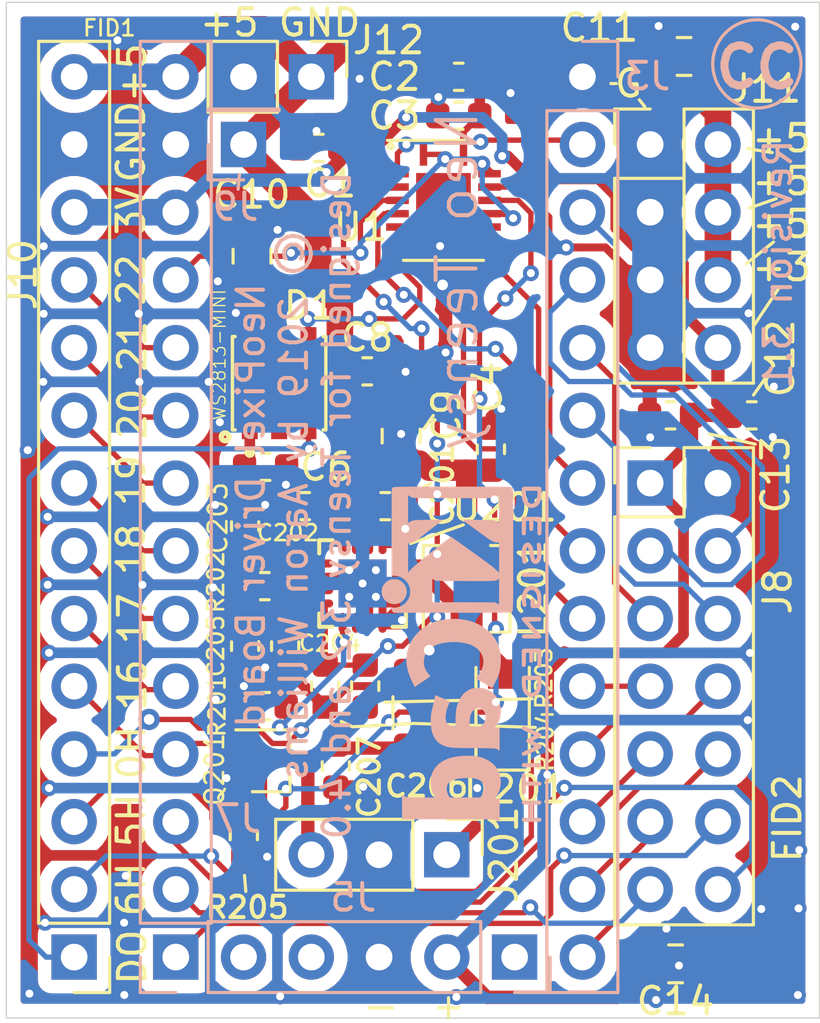
<source format=kicad_pcb>
(kicad_pcb (version 20171130) (host pcbnew 5.1.5-5.1.5)
  (title_block (title "Neo Teensy") (date 2019-11-25) (rev 3.1) (comment 1 "Copyright (C) 2019 Aaron Williams") (comment 2 aaron.w2@gmail.com))
  (layers (0 F.Cu signal) (31 B.Cu signal) (34 B.Paste user) (35 F.Paste user) (36 B.SilkS user hide) (37 F.SilkS user) (38 B.Mask user) (39 F.Mask user) (44 Edge.Cuts user))
  (net 0 "")
  (net 1 GND)
  (net 2 +3V3)
  (net 3 +5V)
  (net 4 /DO)
  (net 5 /IO0_H)
  (net 6 /IO12)
  (net 7 /IO11)
  (net 8 /IO10)
  (net 9 /IO9)
  (net 10 /IO8)
  (net 11 /IO7)
  (net 12 /IO6)
  (net 13 /IO5)
  (net 14 /IO4)
  (net 15 /IO3)
  (net 16 /IO2)
  (net 17 /IO1)
  (net 18 /IO0)
  (net 19 /ON_OFF)
  (net 20 /Program)
  (net 21 /IO23)
  (net 22 /IO22)
  (net 23 /IO21)
  (net 24 /IO20)
  (net 25 /IO19)
  (net 26 /IO18)
  (net 27 /IO17)
  (net 28 /IO15)
  (net 29 /IO14)
  (net 30 /IO13)
  (net 31 /IO5_H)
  (net 32 /IO6_H)
  (net 33 /VBat)
  (net 34 /DIN)
  (net 35 /12-Boost/SS)
  (net 36 /12-Boost/COMP)
  (net 37 "Net-(C205-Pad1)")
  (net 38 +12V)
  (net 39 /12-Boost/SW)
  (net 40 /12-Boost/FET_DRV)
  (net 41 FET_CTL)
  (net 42 /12-Boost/FREQ)
  (net 43 /12-Boost/FB)
  (net 44 "Net-(U201-Pad5)")
  (net 45 "Net-(U201-Pad10)")
  (net 46 "Net-(U201-Pad14)")
  (module Connector_PinHeader_2.54mm:PinHeader_1x03_P2.54mm_Vertical (layer F.Cu) (at 35.555 63.725 270)
    (fp_text reference J201 (at 0 -2.145 90) (layer F.SilkS))
    (fp_text value Conn_01x03)
    (pad 3 thru_hole oval (at 0 5.08 270) (size 1.7 1.7) (drill 1) (layers *.Cu *.Mask) (net 40 /12-Boost/FET_DRV))
    (pad 2 thru_hole oval (at 0 2.54 270) (size 1.7 1.7) (drill 1) (layers *.Cu *.Mask) (net 1 GND))
    (pad 1 thru_hole rect (at 0 0 270) (size 1.7 1.7) (drill 1) (layers *.Cu *.Mask) (net 38 +12V))
  )
  (module Symbol:KiCad-Logo2_5mm_SilkScreen (layer B.Cu) (at 36.1 56.2 270)
    (fp_text reference REF** hide)
    (fp_text value KiCad-Logo2_5mm_SilkScreen hide)
  )
  (module Aaron:QFN-16-1EP_3x3mm_P0.5mm_EP2.7x2.7mm_ThermalVias (layer F.Cu) (at 32.4 53.55 270)
    (fp_text reference U201 (at -2.85 -5.325 180) (layer F.SilkS))
    (fp_text value TPS55340-Q1)
    (pad 1 smd oval (at -1.475 -0.75 270) (size 0.75 0.3) (layers F.Cu F.Paste F.Mask) (net 39 /12-Boost/SW))
    (pad 2 smd oval (at -1.475 -0.25 270) (size 0.75 0.3) (layers F.Cu F.Paste F.Mask) (net 3 +5V))
    (pad 3 smd oval (at -1.475 0.25 270) (size 0.75 0.3) (layers F.Cu F.Paste F.Mask) (net 3 +5V))
    (pad 4 smd oval (at -1.475 0.75 270) (size 0.75 0.3) (layers F.Cu F.Paste F.Mask) (net 35 /12-Boost/SS))
    (pad 5 smd oval (at -0.75 1.475) (size 0.75 0.3) (layers F.Cu F.Paste F.Mask) (net 44 "Net-(U201-Pad5)"))
    (pad 6 smd oval (at -0.25 1.475) (size 0.75 0.3) (layers F.Cu F.Paste F.Mask) (net 1 GND))
    (pad 7 smd oval (at 0.25 1.475) (size 0.75 0.3) (layers F.Cu F.Paste F.Mask) (net 36 /12-Boost/COMP))
    (pad 8 smd oval (at 0.75 1.475) (size 0.75 0.3) (layers F.Cu F.Paste F.Mask) (net 43 /12-Boost/FB))
    (pad 9 smd oval (at 1.475 0.75 270) (size 0.75 0.3) (layers F.Cu F.Paste F.Mask) (net 42 /12-Boost/FREQ))
    (pad 10 smd oval (at 1.475 0.25 270) (size 0.75 0.3) (layers F.Cu F.Paste F.Mask) (net 45 "Net-(U201-Pad10)"))
    (pad 11 smd oval (at 1.475 -0.25 270) (size 0.75 0.3) (layers F.Cu F.Paste F.Mask) (net 1 GND))
    (pad 12 smd oval (at 1.475 -0.75 270) (size 0.75 0.3) (layers F.Cu F.Paste F.Mask) (net 1 GND))
    (pad 13 smd oval (at 0.75 -1.475) (size 0.75 0.3) (layers F.Cu F.Paste F.Mask) (net 1 GND))
    (pad 14 smd oval (at 0.25 -1.475) (size 0.75 0.3) (layers F.Cu F.Paste F.Mask) (net 46 "Net-(U201-Pad14)"))
    (pad 15 smd oval (at -0.25 -1.475) (size 0.75 0.3) (layers F.Cu F.Paste F.Mask) (net 39 /12-Boost/SW))
    (pad 16 smd oval (at -0.75 -1.475) (size 0.75 0.3) (layers F.Cu F.Paste F.Mask) (net 39 /12-Boost/SW))
    (pad 17 smd rect (at 0 0 270) (size 1.8 1.8) (layers B.Cu) (net 1 GND))
    (pad 17 smd rect (at 0 0 270) (size 1.8 1.8) (layers F.Cu F.Mask) (net 1 GND))
    (pad 17 thru_hole circle (at 0 0 270) (size 0.6 0.6) (drill 0.3) (layers *.Cu) (net 1 GND))
    (pad 17 thru_hole circle (at -0.5 -0.5 270) (size 0.6 0.6) (drill 0.3) (layers *.Cu) (net 1 GND))
    (pad 17 thru_hole circle (at 0.5 -0.5 270) (size 0.6 0.6) (drill 0.3) (layers *.Cu) (net 1 GND))
    (pad 17 thru_hole circle (at 0.5 0.5 270) (size 0.6 0.6) (drill 0.3) (layers *.Cu) (net 1 GND))
    (pad 17 thru_hole circle (at -0.5 0.5 270) (size 0.6 0.6) (drill 0.3) (layers *.Cu) (net 1 GND))
  )
  (module Resistor_SMD:R_0603_1608Metric (layer F.Cu) (at 27.95 63 270)
    (fp_text reference R205 (at 2.7 -0.125 180) (layer F.SilkS) (effects (font (size 0.8 0.8))))
    (fp_text value 100k)
    (pad 2 smd roundrect (at 0.7875 0 270) (size 0.875 0.95) (layers F.Cu F.Paste F.Mask) (net 1 GND))
    (pad 1 smd roundrect (at -0.7875 0 270) (size 0.875 0.95) (layers F.Cu F.Paste F.Mask) (net 41 FET_CTL))
  )
  (module Resistor_SMD:R_0603_1608Metric (layer F.Cu) (at 31 57.4 270)
    (fp_text reference R204 (at 2.05 -8.25 90) (layer F.SilkS) (effects (font (size 0.6 0.6) (thickness 0.1))))
    (fp_text value 10k)
    (pad 2 smd roundrect (at 0.7875 0 270) (size 0.875 0.95) (layers F.Cu F.Paste F.Mask) (net 1 GND))
    (pad 1 smd roundrect (at -0.7875 0 270) (size 0.875 0.95) (layers F.Cu F.Paste F.Mask) (net 43 /12-Boost/FB))
  )
  (module Resistor_SMD:R_0603_1608Metric (layer F.Cu) (at 32.5 57.4 90)
    (fp_text reference R203 (at 0.3 6.7 90) (layer F.SilkS) (effects (font (size 0.6 0.6) (thickness 0.1))))
    (fp_text value 86.6k)
    (pad 2 smd roundrect (at 0.7875 0 90) (size 0.875 0.95) (layers F.Cu F.Paste F.Mask) (net 43 /12-Boost/FB))
    (pad 1 smd roundrect (at -0.7875 0 90) (size 0.875 0.95) (layers F.Cu F.Paste F.Mask) (net 38 +12V))
  )
  (module Resistor_SMD:R_0603_1608Metric (layer F.Cu) (at 28.7375 53.65)
    (fp_text reference R202 (at -1.8375 -0.15 90) (layer F.SilkS) (effects (font (size 0.6 0.6) (thickness 0.1))))
    (fp_text value 1.69k)
    (pad 2 smd roundrect (at 0.7875 0) (size 0.875 0.95) (layers F.Cu F.Paste F.Mask) (net 36 /12-Boost/COMP))
    (pad 1 smd roundrect (at -0.7875 0) (size 0.875 0.95) (layers F.Cu F.Paste F.Mask) (net 37 "Net-(C205-Pad1)"))
  )
  (module Resistor_SMD:R_0603_1608Metric (layer F.Cu) (at 28.75 58.15 180)
    (fp_text reference R201 (at 1.8 0 90) (layer F.SilkS) (effects (font (size 0.6 0.6) (thickness 0.1))))
    (fp_text value 18.2k)
    (pad 2 smd roundrect (at 0.7875 0 180) (size 0.875 0.95) (layers F.Cu F.Paste F.Mask) (net 1 GND))
    (pad 1 smd roundrect (at -0.7875 0 180) (size 0.875 0.95) (layers F.Cu F.Paste F.Mask) (net 42 /12-Boost/FREQ))
  )
  (module Package_TO_SOT_SMD:SOT-323_SC-70 (layer F.Cu) (at 28.95 60.2)
    (fp_text reference Q201 (at -2.1 0.325 90) (layer F.SilkS) (effects (font (size 0.7 0.7) (thickness 0.1))))
    (fp_text value BSS214NW)
    (pad 3 smd rect (at 1 0 270) (size 0.45 0.7) (layers F.Cu F.Paste F.Mask) (net 40 /12-Boost/FET_DRV))
    (pad 2 smd rect (at -1 0.65 270) (size 0.45 0.7) (layers F.Cu F.Paste F.Mask) (net 1 GND))
    (pad 1 smd rect (at -1 -0.65 270) (size 0.45 0.7) (layers F.Cu F.Paste F.Mask) (net 41 FET_CTL))
  )
  (module Aaron:L_Vishay_IHLP-1212 (layer F.Cu) (at 36.3 53.75 270)
    (fp_text reference L201 (at 0 -2.5 90) (layer F.SilkS))
    (fp_text value 3.3uH)
    (pad 1 smd rect (at -1.35 0 270) (size 1.5 1.2) (layers F.Cu F.Paste F.Mask) (net 3 +5V))
    (pad 2 smd rect (at 1.35 0 270) (size 1.5 1.2) (layers F.Cu F.Paste F.Mask) (net 39 /12-Boost/SW))
  )
  (module Diode_SMD:D_SOD-123F (layer F.Cu) (at 37.65 58.35 90)
    (fp_text reference D201 (at -2.925 0.475 180) (layer F.SilkS))
    (fp_text value SS24FL)
    (pad 2 smd rect (at 1.4 0 90) (size 1.1 1.1) (layers F.Cu F.Paste F.Mask) (net 39 /12-Boost/SW))
    (pad 1 smd rect (at -1.4 0 90) (size 1.1 1.1) (layers F.Cu F.Paste F.Mask) (net 38 +12V))
  )
  (module Capacitor_SMD:C_0603_1608Metric (layer F.Cu) (at 31.4 60.4 270)
    (fp_text reference C207 (at 0.4 -1.25 90) (layer F.SilkS) (effects (font (size 0.8 0.8))))
    (fp_text value 1uF)
    (pad 2 smd roundrect (at 0.7875 0 270) (size 0.875 0.95) (layers F.Cu F.Paste F.Mask) (net 1 GND))
    (pad 1 smd roundrect (at -0.7875 0 270) (size 0.875 0.95) (layers F.Cu F.Paste F.Mask) (net 38 +12V))
  )
  (module Capacitor_SMD:C_1210_3225Metric (layer F.Cu) (at 34.9 58.4 90)
    (fp_text reference C206 (at -2.75 -0.1 180) (layer F.SilkS) (effects (font (size 0.8 0.8))))
    (fp_text value 22uF)
    (pad 2 smd roundrect (at 1.4 0 90) (size 1.25 2.65) (layers F.Cu F.Paste F.Mask) (roundrect_rratio 0.2) (net 1 GND))
    (pad 1 smd roundrect (at -1.4 0 90) (size 1.25 2.65) (layers F.Cu F.Paste F.Mask) (roundrect_rratio 0.2) (net 38 +12V))
  )
  (module Capacitor_SMD:C_0603_1608Metric (layer F.Cu) (at 28 55.9 270)
    (fp_text reference C205 (at 0 1.1 90) (layer F.SilkS) (effects (font (size 0.6 0.6) (thickness 0.1))))
    (fp_text value 47nF)
    (pad 2 smd roundrect (at 0.7875 0 270) (size 0.875 0.95) (layers F.Cu F.Paste F.Mask) (net 1 GND))
    (pad 1 smd roundrect (at -0.7875 0 270) (size 0.875 0.95) (layers F.Cu F.Paste F.Mask) (net 37 "Net-(C205-Pad1)"))
  )
  (module Capacitor_SMD:C_0603_1608Metric (layer F.Cu) (at 29.5 55.9 270)
    (fp_text reference C204 (at -0.1 -1.675 180) (layer F.SilkS) (effects (font (size 0.6 0.6) (thickness 0.1))))
    (fp_text value 820pF)
    (pad 2 smd roundrect (at 0.7875 0 270) (size 0.875 0.95) (layers F.Cu F.Paste F.Mask) (net 1 GND))
    (pad 1 smd roundrect (at -0.7875 0 270) (size 0.875 0.95) (layers F.Cu F.Paste F.Mask) (net 36 /12-Boost/COMP))
  )
  (module Capacitor_SMD:C_0603_1608Metric (layer F.Cu) (at 28 51.4 90)
    (fp_text reference C203 (at 0.3 -1.025 90) (layer F.SilkS) (effects (font (size 0.7 0.7) (thickness 0.1))))
    (fp_text value 22nF)
    (pad 2 smd roundrect (at 0.7875 0 90) (size 0.875 0.95) (layers F.Cu F.Paste F.Mask) (net 1 GND))
    (pad 1 smd roundrect (at -0.7875 0 90) (size 0.875 0.95) (layers F.Cu F.Paste F.Mask) (net 35 /12-Boost/SS))
  )
  (module Capacitor_SMD:C_0603_1608Metric (layer F.Cu) (at 30.25 50.65 180)
    (fp_text reference C202 (at 0.65 -1 180) (layer F.SilkS) (effects (font (size 0.6 0.6) (thickness 0.1))))
    (fp_text value 100nF)
    (pad 2 smd roundrect (at 0.7875 0 180) (size 0.875 0.95) (layers F.Cu F.Paste F.Mask) (net 1 GND))
    (pad 1 smd roundrect (at -0.7875 0 180) (size 0.875 0.95) (layers F.Cu F.Paste F.Mask) (net 3 +5V))
  )
  (module Capacitor_SMD:C_0603_1608Metric (layer F.Cu) (at 33.25 50.65)
    (fp_text reference C201 (at 2.15 -0.8 90) (layer F.SilkS) (effects (font (size 0.8 0.8))))
    (fp_text value 6.8uF)
    (pad 2 smd roundrect (at 0.7875 0) (size 0.875 0.95) (layers F.Cu F.Paste F.Mask) (net 1 GND))
    (pad 1 smd roundrect (at -0.7875 0) (size 0.875 0.95) (layers F.Cu F.Paste F.Mask) (net 3 +5V))
  )
  (module Package_DFN_QFN:Texas_S-PVQFN-N14 (layer F.Cu) (at 35.433 39.1795)
    (fp_text reference U1 (at -3.108 0.9955) (layer F.SilkS))
    (fp_text value SN74AHCT125N)
    (pad 15 smd rect (at 0 0 270) (size 2.05 2.05) (layers F.Cu F.Mask))
    (pad 14 smd rect (at 0.75 -1.725 270) (size 0.85 0.28) (layers F.Cu F.Paste F.Mask) (net 3 +5V))
    (pad 13 smd rect (at 1.725 -1 270) (size 0.28 0.85) (layers F.Cu F.Paste F.Mask) (net 21 /IO23))
    (pad 12 smd rect (at 1.725 -0.5 270) (size 0.28 0.85) (layers F.Cu F.Paste F.Mask) (net 13 /IO5))
    (pad 11 smd rect (at 1.725 0 270) (size 0.28 0.85) (layers F.Cu F.Paste F.Mask) (net 31 /IO5_H))
    (pad 10 smd rect (at 1.725 0.5 270) (size 0.28 0.85) (layers F.Cu F.Paste F.Mask) (net 21 /IO23))
    (pad 9 smd rect (at 1.725 1 270) (size 0.28 0.85) (layers F.Cu F.Paste F.Mask) (net 12 /IO6))
    (pad 8 smd rect (at 0.75 1.725 270) (size 0.85 0.28) (layers F.Cu F.Paste F.Mask) (net 32 /IO6_H))
    (pad 7 smd rect (at -0.75 1.725 270) (size 0.85 0.28) (layers F.Cu F.Paste F.Mask) (net 1 GND))
    (pad 6 smd rect (at -1.725 1 270) (size 0.28 0.85) (layers F.Cu F.Paste F.Mask) (net 34 /DIN))
    (pad 5 smd rect (at -1.725 0.5 270) (size 0.28 0.85) (layers F.Cu F.Paste F.Mask) (net 11 /IO7))
    (pad 4 smd rect (at -1.725 0 270) (size 0.28 0.85) (layers F.Cu F.Paste F.Mask) (net 21 /IO23))
    (pad 3 smd rect (at -1.725 -0.5 270) (size 0.28 0.85) (layers F.Cu F.Paste F.Mask) (net 5 /IO0_H))
    (pad 2 smd rect (at -1.725 -1 270) (size 0.28 0.85) (layers F.Cu F.Paste F.Mask) (net 18 /IO0))
    (pad 1 smd rect (at -0.75 -1.725 270) (size 0.85 0.28) (layers F.Cu F.Paste F.Mask) (net 21 /IO23))
  )
  (module Capacitor_SMD:C_0603_1608Metric (layer F.Cu) (at 37.211 48.514 90)
    (fp_text reference C4 (at 2.314 -0.111 270) (layer F.SilkS))
    (fp_text value 0.1uF)
    (pad 2 smd roundrect (at 0.7875 0 90) (size 0.875 0.95) (layers F.Cu F.Paste F.Mask) (net 1 GND))
    (pad 1 smd roundrect (at -0.7875 0 90) (size 0.875 0.95) (layers F.Cu F.Paste F.Mask) (net 3 +5V))
  )
  (module Capacitor_SMD:C_0805_2012Metric (layer F.Cu) (at 44.1325 67.818)
    (fp_text reference C14 (at 0 1.397) (layer F.SilkS))
    (fp_text value 10uF)
    (pad 2 smd roundrect (at 0.9375 0) (size 0.975 1.4) (layers F.Cu F.Paste F.Mask) (net 1 GND))
    (pad 1 smd roundrect (at -0.9375 0) (size 0.975 1.4) (layers F.Cu F.Paste F.Mask) (net 2 +3V3))
  )
  (module Capacitor_SMD:C_0805_2012Metric (layer F.Cu) (at 28.2575 41.275 90)
    (fp_text reference C10 (at 2.3114 -0.0127 180) (layer F.SilkS))
    (fp_text value 10uF)
    (pad 2 smd roundrect (at 0.9375 0 90) (size 0.975 1.4) (layers F.Cu F.Paste F.Mask) (net 1 GND))
    (pad 1 smd roundrect (at -0.9375 0 90) (size 0.975 1.4) (layers F.Cu F.Paste F.Mask) (net 3 +5V))
  )
  (module Connector_PinHeader_2.54mm:PinHeader_2x04_P2.54mm_Vertical (layer F.Cu) (at 43.18 37.084)
    (fp_text reference J11 (at 4.318 -2.0955) (layer F.SilkS))
    (fp_text value Conn_02x04_Odd_Even)
    (pad 8 thru_hole oval (at 2.54 7.62) (size 1.7 1.7) (drill 1) (layers *.Cu *.Mask) (net 2 +3V3))
    (pad 7 thru_hole oval (at 0 7.62) (size 1.7 1.7) (drill 1) (layers *.Cu *.Mask) (net 1 GND))
    (pad 6 thru_hole oval (at 2.54 5.08) (size 1.7 1.7) (drill 1) (layers *.Cu *.Mask) (net 3 +5V))
    (pad 5 thru_hole oval (at 0 5.08) (size 1.7 1.7) (drill 1) (layers *.Cu *.Mask) (net 1 GND))
    (pad 4 thru_hole oval (at 2.54 2.54) (size 1.7 1.7) (drill 1) (layers *.Cu *.Mask) (net 3 +5V))
    (pad 3 thru_hole oval (at 0 2.54) (size 1.7 1.7) (drill 1) (layers *.Cu *.Mask) (net 1 GND))
    (pad 2 thru_hole oval (at 2.54 0) (size 1.7 1.7) (drill 1) (layers *.Cu *.Mask) (net 3 +5V))
    (pad 1 thru_hole rect (at 0 0) (size 1.7 1.7) (drill 1) (layers *.Cu *.Mask) (net 1 GND))
  )
  (module Fiducial:Fiducial_0.5mm_Mask1mm (layer F.Cu) (at 48.3235 64.7065)
    (fp_text reference FID2 (at 0 -2.3495 90) (layer F.SilkS))
    (fp_text value FIDUCIAL_1MM)
    (pad "" smd circle (at 0 0) (size 0.5 0.5) (layers F.Cu F.Mask) (clearance 0.25))
  )
  (module Fiducial:Fiducial_0.5mm_Mask1mm (layer F.Cu) (at 24.1935 32.766)
    (fp_text reference FID1 (at -1.2827 -0.0508) (layer F.SilkS) (effects (font (size 0.6 0.6) (thickness 0.1))))
    (fp_text value FIDUCIAL_1MM)
    (pad "" smd circle (at 0 0) (size 0.5 0.5) (layers F.Cu F.Mask) (clearance 0.25))
  )
  (module Connector_PinHeader_2.54mm:PinHeader_1x02_P2.54mm_Vertical (layer F.Cu) (at 30.48 34.544 270)
    (fp_text reference J12 (at -1.3716 -2.8956 180) (layer F.SilkS))
    (fp_text value Conn_01x02)
    (pad 2 thru_hole oval (at 0 2.54 270) (size 1.7 1.7) (drill 1) (layers *.Cu *.Mask) (net 1 GND))
    (pad 1 thru_hole rect (at 0 0 270) (size 1.7 1.7) (drill 1) (layers *.Cu *.Mask) (net 3 +5V))
  )
  (module LED_WS2813-mini:LED_WS2813-MINI-2 (layer F.Cu) (at 29.2735 46.0375 90)
    (fp_text reference D1 (at 2.9083 1.1557 180) (layer F.SilkS))
    (fp_text value WS2813-MINI (at 1.0625 -2.2485 90) (layer F.SilkS) (effects (font (size 0.48 0.48) (thickness 0.05))))
    (pad 6 smd rect (at 1.5 -1.1 270) (size 1.2 0.6) (layers F.Cu F.Paste F.Mask) (net 1 GND))
    (pad 5 smd rect (at 1.5 0 270) (size 1.2 0.6) (layers F.Cu F.Paste F.Mask) (net 1 GND))
    (pad 4 smd rect (at 1.5 1.1 270) (size 1.2 0.6) (layers F.Cu F.Paste F.Mask) (net 34 /DIN))
    (pad 3 smd rect (at -1.5 1.1 90) (size 1.2 0.6) (layers F.Cu F.Paste F.Mask) (net 4 /DO))
    (pad 2 smd rect (at -1.5 0 90) (size 1.2 0.6) (layers F.Cu F.Paste F.Mask) (net 3 +5V))
    (pad 1 smd rect (at -1.5 -1.1 90) (size 1.2 0.6) (layers F.Cu F.Paste F.Mask) (net 3 +5V))
  )
  (module Connector_PinHeader_2.54mm:PinHeader_1x14_P2.54mm_Vertical (layer F.Cu) (at 21.59 67.564 180)
    (fp_text reference J10 (at 1.9304 25.6032 90) (layer F.SilkS))
    (fp_text value Conn_01x14)
    (pad 14 thru_hole oval (at 0 33.02 180) (size 1.7 1.7) (drill 1) (layers *.Cu *.Mask) (net 3 +5V))
    (pad 13 thru_hole oval (at 0 30.48 180) (size 1.7 1.7) (drill 1) (layers *.Cu *.Mask) (net 1 GND))
    (pad 12 thru_hole oval (at 0 27.94 180) (size 1.7 1.7) (drill 1) (layers *.Cu *.Mask) (net 2 +3V3))
    (pad 11 thru_hole oval (at 0 25.4 180) (size 1.7 1.7) (drill 1) (layers *.Cu *.Mask) (net 22 /IO22))
    (pad 10 thru_hole oval (at 0 22.86 180) (size 1.7 1.7) (drill 1) (layers *.Cu *.Mask) (net 23 /IO21))
    (pad 9 thru_hole oval (at 0 20.32 180) (size 1.7 1.7) (drill 1) (layers *.Cu *.Mask) (net 24 /IO20))
    (pad 8 thru_hole oval (at 0 17.78 180) (size 1.7 1.7) (drill 1) (layers *.Cu *.Mask) (net 25 /IO19))
    (pad 7 thru_hole oval (at 0 15.24 180) (size 1.7 1.7) (drill 1) (layers *.Cu *.Mask) (net 26 /IO18))
    (pad 6 thru_hole oval (at 0 12.7 180) (size 1.7 1.7) (drill 1) (layers *.Cu *.Mask) (net 27 /IO17))
    (pad 5 thru_hole oval (at 0 10.16 180) (size 1.7 1.7) (drill 1) (layers *.Cu *.Mask) (net 41 FET_CTL))
    (pad 4 thru_hole oval (at 0 7.62 180) (size 1.7 1.7) (drill 1) (layers *.Cu *.Mask) (net 5 /IO0_H))
    (pad 3 thru_hole oval (at 0 5.08 180) (size 1.7 1.7) (drill 1) (layers *.Cu *.Mask) (net 31 /IO5_H))
    (pad 2 thru_hole oval (at 0 2.54 180) (size 1.7 1.7) (drill 1) (layers *.Cu *.Mask) (net 32 /IO6_H))
    (pad 1 thru_hole rect (at 0 0 180) (size 1.7 1.7) (drill 1) (layers *.Cu *.Mask) (net 4 /DO))
  )
  (module Connector_PinHeader_2.54mm:PinHeader_1x14_P2.54mm_Vertical (layer B.Cu) (at 25.4 67.564)
    (fp_text reference J7 (at 2.325 -5.189 180) (layer B.SilkS) (effects (justify mirror)))
    (fp_text value Conn_01x14_Male)
    (pad 14 thru_hole oval (at 0 -33.02) (size 1.7 1.7) (drill 1) (layers *.Cu *.Mask) (net 3 +5V))
    (pad 13 thru_hole oval (at 0 -30.48) (size 1.7 1.7) (drill 1) (layers *.Cu *.Mask) (net 1 GND))
    (pad 12 thru_hole oval (at 0 -27.94) (size 1.7 1.7) (drill 1) (layers *.Cu *.Mask) (net 2 +3V3))
    (pad 11 thru_hole oval (at 0 -25.4) (size 1.7 1.7) (drill 1) (layers *.Cu *.Mask) (net 21 /IO23))
    (pad 10 thru_hole oval (at 0 -22.86) (size 1.7 1.7) (drill 1) (layers *.Cu *.Mask) (net 22 /IO22))
    (pad 9 thru_hole oval (at 0 -20.32) (size 1.7 1.7) (drill 1) (layers *.Cu *.Mask) (net 23 /IO21))
    (pad 8 thru_hole oval (at 0 -17.78) (size 1.7 1.7) (drill 1) (layers *.Cu *.Mask) (net 24 /IO20))
    (pad 7 thru_hole oval (at 0 -15.24) (size 1.7 1.7) (drill 1) (layers *.Cu *.Mask) (net 25 /IO19))
    (pad 6 thru_hole oval (at 0 -12.7) (size 1.7 1.7) (drill 1) (layers *.Cu *.Mask) (net 26 /IO18))
    (pad 5 thru_hole oval (at 0 -10.16) (size 1.7 1.7) (drill 1) (layers *.Cu *.Mask) (net 27 /IO17))
    (pad 4 thru_hole oval (at 0 -7.62) (size 1.7 1.7) (drill 1) (layers *.Cu *.Mask) (net 41 FET_CTL))
    (pad 3 thru_hole oval (at 0 -5.08) (size 1.7 1.7) (drill 1) (layers *.Cu *.Mask) (net 28 /IO15))
    (pad 2 thru_hole oval (at 0 -2.54) (size 1.7 1.7) (drill 1) (layers *.Cu *.Mask) (net 29 /IO14))
    (pad 1 thru_hole rect (at 0 0) (size 1.7 1.7) (drill 1) (layers *.Cu *.Mask) (net 30 /IO13))
  )
  (module Capacitor_SMD:C_0603_1608Metric (layer F.Cu) (at 28.7655 49.1744)
    (fp_text reference C6 (at 2.2733 0 180) (layer F.SilkS))
    (fp_text value 0.1uF)
    (pad 2 smd roundrect (at 0.7875 0) (size 0.875 0.95) (layers F.Cu F.Paste F.Mask) (net 1 GND))
    (pad 1 smd roundrect (at -0.7875 0) (size 0.875 0.95) (layers F.Cu F.Paste F.Mask) (net 3 +5V))
  )
  (module Connector_PinHeader_2.54mm:PinHeader_2x07_P2.54mm_Vertical (layer F.Cu) (at 43.18 49.784)
    (fp_text reference J8 (at 4.7752 4.064 90) (layer F.SilkS))
    (fp_text value Conn_02x07_Odd_Even)
    (pad 14 thru_hole oval (at 2.54 15.24) (size 1.7 1.7) (drill 1) (layers *.Cu *.Mask) (net 28 /IO15))
    (pad 13 thru_hole oval (at 0 15.24) (size 1.7 1.7) (drill 1) (layers *.Cu *.Mask) (net 29 /IO14))
    (pad 12 thru_hole oval (at 2.54 12.7) (size 1.7 1.7) (drill 1) (layers *.Cu *.Mask) (net 30 /IO13))
    (pad 11 thru_hole oval (at 0 12.7) (size 1.7 1.7) (drill 1) (layers *.Cu *.Mask) (net 6 /IO12))
    (pad 10 thru_hole oval (at 2.54 10.16) (size 1.7 1.7) (drill 1) (layers *.Cu *.Mask) (net 7 /IO11))
    (pad 9 thru_hole oval (at 0 10.16) (size 1.7 1.7) (drill 1) (layers *.Cu *.Mask) (net 8 /IO10))
    (pad 8 thru_hole oval (at 2.54 7.62) (size 1.7 1.7) (drill 1) (layers *.Cu *.Mask) (net 9 /IO9))
    (pad 7 thru_hole oval (at 0 7.62) (size 1.7 1.7) (drill 1) (layers *.Cu *.Mask) (net 10 /IO8))
    (pad 6 thru_hole oval (at 2.54 5.08) (size 1.7 1.7) (drill 1) (layers *.Cu *.Mask) (net 14 /IO4))
    (pad 5 thru_hole oval (at 0 5.08) (size 1.7 1.7) (drill 1) (layers *.Cu *.Mask) (net 15 /IO3))
    (pad 4 thru_hole oval (at 2.54 2.54) (size 1.7 1.7) (drill 1) (layers *.Cu *.Mask) (net 16 /IO2))
    (pad 3 thru_hole oval (at 0 2.54) (size 1.7 1.7) (drill 1) (layers *.Cu *.Mask) (net 17 /IO1))
    (pad 2 thru_hole oval (at 2.54 0) (size 1.7 1.7) (drill 1) (layers *.Cu *.Mask) (net 1 GND))
    (pad 1 thru_hole rect (at 0 0) (size 1.7 1.7) (drill 1) (layers *.Cu *.Mask) (net 2 +3V3))
  )
  (module Connector_PinHeader_2.54mm:PinHeader_1x01_P2.54mm_Vertical (layer B.Cu) (at 27.94 37.084)
    (fp_text reference J9 (at -0.3048 2.3368) (layer B.SilkS) (effects (justify mirror)))
    (fp_text value Conn_01x01_Male)
    (pad 1 thru_hole rect (at 0 0) (size 1.7 1.7) (drill 1) (layers *.Cu *.Mask) (net 3 +5V))
  )
  (module Connector_PinHeader_2.54mm:PinHeader_1x05_P2.54mm_Vertical (layer B.Cu) (at 38.1 67.564 90)
    (fp_text reference J5 (at 2.2352 -6.0452 180) (layer B.SilkS) (effects (justify mirror)))
    (fp_text value Conn_01x05_Male)
    (pad 5 thru_hole oval (at 0 -10.16 90) (size 1.7 1.7) (drill 1) (layers *.Cu *.Mask) (net 19 /ON_OFF))
    (pad 4 thru_hole oval (at 0 -7.62 90) (size 1.7 1.7) (drill 1) (layers *.Cu *.Mask) (net 20 /Program))
    (pad 3 thru_hole oval (at 0 -5.08 90) (size 1.7 1.7) (drill 1) (layers *.Cu *.Mask) (net 1 GND))
    (pad 2 thru_hole oval (at 0 -2.54 90) (size 1.7 1.7) (drill 1) (layers *.Cu *.Mask) (net 2 +3V3))
    (pad 1 thru_hole rect (at 0 0 90) (size 1.7 1.7) (drill 1) (layers *.Cu *.Mask) (net 33 /VBat))
  )
  (module Connector_PinHeader_2.54mm:PinHeader_1x14_P2.54mm_Vertical (layer B.Cu) (at 40.64 34.544 180)
    (fp_text reference J3 (at -2.435 0.019 180) (layer B.SilkS) (effects (justify mirror)))
    (fp_text value Conn_01x14_Male)
    (pad 14 thru_hole oval (at 0 -33.02 180) (size 1.7 1.7) (drill 1) (layers *.Cu *.Mask) (net 6 /IO12))
    (pad 13 thru_hole oval (at 0 -30.48 180) (size 1.7 1.7) (drill 1) (layers *.Cu *.Mask) (net 7 /IO11))
    (pad 12 thru_hole oval (at 0 -27.94 180) (size 1.7 1.7) (drill 1) (layers *.Cu *.Mask) (net 8 /IO10))
    (pad 11 thru_hole oval (at 0 -25.4 180) (size 1.7 1.7) (drill 1) (layers *.Cu *.Mask) (net 9 /IO9))
    (pad 10 thru_hole oval (at 0 -22.86 180) (size 1.7 1.7) (drill 1) (layers *.Cu *.Mask) (net 10 /IO8))
    (pad 9 thru_hole oval (at 0 -20.32 180) (size 1.7 1.7) (drill 1) (layers *.Cu *.Mask) (net 11 /IO7))
    (pad 8 thru_hole oval (at 0 -17.78 180) (size 1.7 1.7) (drill 1) (layers *.Cu *.Mask) (net 12 /IO6))
    (pad 7 thru_hole oval (at 0 -15.24 180) (size 1.7 1.7) (drill 1) (layers *.Cu *.Mask) (net 13 /IO5))
    (pad 6 thru_hole oval (at 0 -12.7 180) (size 1.7 1.7) (drill 1) (layers *.Cu *.Mask) (net 14 /IO4))
    (pad 5 thru_hole oval (at 0 -10.16 180) (size 1.7 1.7) (drill 1) (layers *.Cu *.Mask) (net 15 /IO3))
    (pad 4 thru_hole oval (at 0 -7.62 180) (size 1.7 1.7) (drill 1) (layers *.Cu *.Mask) (net 16 /IO2))
    (pad 3 thru_hole oval (at 0 -5.08 180) (size 1.7 1.7) (drill 1) (layers *.Cu *.Mask) (net 17 /IO1))
    (pad 2 thru_hole oval (at 0 -2.54 180) (size 1.7 1.7) (drill 1) (layers *.Cu *.Mask) (net 18 /IO0))
    (pad 1 thru_hole rect (at 0 0 180) (size 1.7 1.7) (drill 1) (layers *.Cu *.Mask) (net 1 GND))
  )
  (module Capacitor_SMD:C_0603_1608Metric (layer F.Cu) (at 43.942 47.244 180)
    (fp_text reference C13 (at -3.937 -2.2225 90) (layer F.SilkS))
    (fp_text value 0.1uF)
    (pad 2 smd roundrect (at 0.7875 0 180) (size 0.875 0.95) (layers F.Cu F.Paste F.Mask) (net 1 GND))
    (pad 1 smd roundrect (at -0.7875 0 180) (size 0.875 0.95) (layers F.Cu F.Paste F.Mask) (net 2 +3V3))
  )
  (module Capacitor_SMD:C_0603_1608Metric (layer F.Cu) (at 46.99 47.244)
    (fp_text reference C12 (at 1.0668 -2.1336 90) (layer F.SilkS))
    (fp_text value 1uF)
    (pad 2 smd roundrect (at 0.7875 0) (size 0.875 0.95) (layers F.Cu F.Paste F.Mask) (net 1 GND))
    (pad 1 smd roundrect (at -0.7875 0) (size 0.875 0.95) (layers F.Cu F.Paste F.Mask) (net 2 +3V3))
  )
  (module Capacitor_SMD:C_0805_2012Metric (layer F.Cu) (at 44.45 33.782 180)
    (fp_text reference C11 (at 3.175 1.0795) (layer F.SilkS))
    (fp_text value 10uF)
    (pad 2 smd roundrect (at 0.9375 0 180) (size 0.975 1.4) (layers F.Cu F.Paste F.Mask) (net 1 GND))
    (pad 1 smd roundrect (at -0.9375 0 180) (size 0.975 1.4) (layers F.Cu F.Paste F.Mask) (net 3 +5V))
  )
  (module Capacitor_SMD:C_0805_2012Metric (layer F.Cu) (at 33.8455 48.021 90)
    (fp_text reference C9 (at 0.771 1.7045 270) (layer F.SilkS))
    (fp_text value 10uF)
    (pad 2 smd roundrect (at 0.9375 0 90) (size 0.975 1.4) (layers F.Cu F.Paste F.Mask) (net 1 GND))
    (pad 1 smd roundrect (at -0.9375 0 90) (size 0.975 1.4) (layers F.Cu F.Paste F.Mask) (net 3 +5V))
  )
  (module Capacitor_SMD:C_0603_1608Metric (layer F.Cu) (at 32.5755 45.593)
    (fp_text reference C8 (at 0 -1.27 180) (layer F.SilkS))
    (fp_text value 0.1uF)
    (pad 2 smd roundrect (at 0.7875 0) (size 0.875 0.95) (layers F.Cu F.Paste F.Mask) (net 1 GND))
    (pad 1 smd roundrect (at -0.7875 0) (size 0.875 0.95) (layers F.Cu F.Paste F.Mask) (net 3 +5V))
  )
  (module Capacitor_SMD:C_0603_1608Metric (layer F.Cu) (at 36.0045 36.0045 180)
    (fp_text reference C3 (at 2.413 0) (layer F.SilkS))
    (fp_text value 1uF)
    (pad 2 smd roundrect (at 0.7875 0 180) (size 0.875 0.95) (layers F.Cu F.Paste F.Mask) (net 1 GND))
    (pad 1 smd roundrect (at -0.7875 0 180) (size 0.875 0.95) (layers F.Cu F.Paste F.Mask) (net 3 +5V))
  )
  (module Capacitor_SMD:C_0603_1608Metric (layer F.Cu) (at 36.0045 34.544 180)
    (fp_text reference C2 (at 2.413 0) (layer F.SilkS))
    (fp_text value 0.1uF)
    (pad 2 smd roundrect (at 0.7875 0 180) (size 0.875 0.95) (layers F.Cu F.Paste F.Mask) (net 1 GND))
    (pad 1 smd roundrect (at -0.7875 0 180) (size 0.875 0.95) (layers F.Cu F.Paste F.Mask) (net 3 +5V))
  )
  (module Capacitor_SMD:C_0603_1608Metric (layer F.Cu) (at 30.7595 37.211 180)
    (fp_text reference C1 (at -0.419 -1.3335) (layer F.SilkS))
    (fp_text value 0.1uF)
    (pad 2 smd roundrect (at 0.7875 0 180) (size 0.875 0.95) (layers F.Cu F.Paste F.Mask) (net 1 GND))
    (pad 1 smd roundrect (at -0.7875 0 180) (size 0.875 0.95) (layers F.Cu F.Paste F.Mask) (net 2 +3V3))
  )
  (gr_line (start 35.05 47.25) (end 34.7 47.75) (layer F.SilkS) (width 0.12))
  (gr_line (start 34.95 49.8) (end 34.625 49.975) (layer F.SilkS) (width 0.12))
  (gr_line (start 36.175 51.35) (end 34.2 52.05) (layer F.SilkS) (width 0.12))
  (gr_circle (center 27.25 48.05) (end 27.395774 48.05) (layer F.SilkS) (width 0.2))
  (gr_line (start 32.025 58.925) (end 31.6 58.725) (layer F.SilkS) (width 0.12))
  (gr_line (start 34.35 58.8) (end 32.025 58.925) (layer F.SilkS) (width 0.12))
  (gr_line (start 38.875 58.95) (end 34.35 58.8) (layer F.SilkS) (width 0.12))
  (gr_line (start 38.75 57.875) (end 33.225 58) (layer F.SilkS) (width 0.12))
  (gr_line (start 28.025 65.1) (end 27.975 64.5) (layer F.SilkS) (width 0.12))
  (gr_text "Neo Teensy" (at 35.95 42.2 90) (layer B.SilkS) (effects (font (size 1.5 1.5)) (justify mirror)))
  (gr_line (start 27.7368 38.7604) (end 27.7876 38.2016) (layer B.SilkS) (width 0.12))
  (gr_text DO (at 23.7744 67.564 90) (layer F.SilkS) (effects (font (size 1 1))))
  (gr_text 6H (at 23.7236 65.024 90) (layer F.SilkS) (effects (font (size 1 1))))
  (gr_text 5H (at 23.7236 62.4332 90) (layer F.SilkS) (effects (font (size 1 1))))
  (gr_text 0H (at 23.7236 59.8932 90) (layer F.SilkS) (effects (font (size 1 1))))
  (gr_text 16 (at 23.7744 57.3532 90) (layer F.SilkS) (effects (font (size 1 1))))
  (gr_text 17 (at 23.7744 54.864 90) (layer F.SilkS) (effects (font (size 1 1))))
  (gr_text 18 (at 23.7236 52.2732 90) (layer F.SilkS) (effects (font (size 1 1))))
  (gr_text 19 (at 23.7236 49.6824 90) (layer F.SilkS) (effects (font (size 1 1))))
  (gr_text 20 (at 23.7744 47.1932 90) (layer F.SilkS) (effects (font (size 1 1))))
  (gr_text 21 (at 23.7744 44.6532 90) (layer F.SilkS) (effects (font (size 1 1))))
  (gr_text 22 (at 23.7236 42.164 90) (layer F.SilkS) (effects (font (size 1 1))))
  (gr_text 3V (at 23.7236 39.5732 90) (layer F.SilkS) (effects (font (size 1 1))))
  (gr_text GND (at 23.7236 36.9824 90) (layer F.SilkS) (effects (font (size 1 1))))
  (gr_text +5 (at 23.7744 34.3916 90) (layer F.SilkS) (effects (font (size 1 1))))
  (gr_text "+5 GND" (at 29.3116 32.512) (layer F.SilkS) (effects (font (size 1 1))))
  (gr_line (start 42.9768 35.6616) (end 42.7736 35.4076) (layer F.SilkS) (width 0.12))
  (gr_line (start 44.45 38.4048) (end 44.45 46.0248) (layer F.SilkS) (width 0.12))
  (gr_line (start 41.91 34.798) (end 41.7068 34.798) (layer F.SilkS) (width 0.12))
  (gr_text G (at 42.3672 34.798) (layer F.SilkS) (effects (font (size 1 1))))
  (gr_line (start 47.752 37.3888) (end 46.8376 37.2364) (layer F.SilkS) (width 0.12))
  (gr_line (start 47.9044 39.116) (end 46.8884 39.4716) (layer F.SilkS) (width 0.12))
  (gr_line (start 46.7868 41.5544) (end 47.8028 40.7416) (layer F.SilkS) (width 0.12))
  (gr_line (start 47.0916 43.8404) (end 48.006 42.4688) (layer F.SilkS) (width 0.12))
  (gr_text "+5\n+5\n+5\n+3" (at 48.1076 39.2684) (layer F.SilkS) (effects (font (size 1 1))))
  (gr_circle (center 33.4645 37.1475) (end 33.528 37.084) (layer F.SilkS) (width 0.12))
  (gr_line (start 47.498 45.847) (end 47.0535 46.482) (layer F.SilkS) (width 0.12))
  (gr_line (start 47.117 48.3235) (end 45.4025 47.9425) (layer F.SilkS) (width 0.12))
  (gr_line (start 19.05 69.85) (end 19.05 31.75) (layer Edge.Cuts) (width 0.05))
  (gr_line (start 49.53 69.85) (end 19.05 69.85) (layer Edge.Cuts) (width 0.05))
  (gr_line (start 49.53 31.75) (end 49.53 69.85) (layer Edge.Cuts) (width 0.05))
  (gr_line (start 19.05 31.75) (end 49.53 31.75) (layer Edge.Cuts) (width 0.05))
  (gr_line (start 35.2425 69.469) (end 36.0045 69.469) (layer F.SilkS) (width 0.12))
  (gr_line (start 35.6235 69.088) (end 35.6235 69.85) (layer F.SilkS) (width 0.12))
  (gr_line (start 32.639 69.469) (end 33.528 69.469) (layer F.SilkS) (width 0.12))
  (gr_circle (center 47.1805 34.0614) (end 47.0535 35.7124) (layer B.SilkS) (width 0.12))
  (gr_text CC (at 47.1805 34.1884) (layer B.SilkS) (effects (font (size 1.5 1.5) (thickness 0.3))))
  (gr_text "Revision 3.1" (at 47.975 41.575 90) (layer B.SilkS) (effects (font (size 1 1)) (justify mirror)))
  (gr_text "NeoPixel Driver Board\n© 2019 by Aaron Williams\nDesigned for Teensy 3.2 and 4.0" (at 29.825 50.625 90) (layer B.SilkS) (effects (font (size 1 1)) (justify mirror)))
  (via (at 43.4 69.175) (size 0.6) (drill 0.3) (layers F.Cu B.Cu) (net 1))
  (segment (start 20.6 63.75) (end 22.675 63.75) (width 0.4) (layer F.Cu) (net 1))
  (via (at 20.65 56.15) (size 0.6) (drill 0.3) (layers F.Cu B.Cu) (net 1))
  (segment (start 26.689999 66.433997) (end 26.689999 68.955599) (width 0.4) (layer B.Cu) (net 1))
  (segment (start 26.183492 66.274001) (end 26.530003 66.274001) (width 0.4) (layer B.Cu) (net 1))
  (segment (start 26.530003 66.274001) (end 26.689999 66.433997) (width 0.4) (layer B.Cu) (net 1))
  (segment (start 26.2255 43.434) (end 24.016 43.434) (width 0.4) (layer B.Cu) (net 1))
  (segment (start 39.5224 58.674) (end 46.8376 58.674) (width 0.4) (layer B.Cu) (net 1))
  (segment (start 39.553201 56.153999) (end 46.919201 56.153999) (width 0.4) (layer B.Cu) (net 1))
  (segment (start 39.5224 56.1848) (end 39.553201 56.153999) (width 0.4) (layer B.Cu) (net 1))
  (segment (start 26.67 33.147) (end 26.67 35.687) (width 0.3) (layer B.Cu) (net 1))
  (segment (start 45.72 49.3015) (end 45.72 49.8475) (width 0.5) (layer F.Cu) (net 1))
  (segment (start 43.18 44.704) (end 43.18 47.3075) (width 0.5) (layer F.Cu) (net 1))
  (via (at 47.8155 46.1645) (size 0.6) (drill 0.3) (layers F.Cu B.Cu) (net 1))
  (segment (start 47.7775 47.244) (end 47.7775 46.2025) (width 0.5) (layer F.Cu) (net 1))
  (segment (start 47.7775 46.2025) (end 47.8155 46.1645) (width 0.5) (layer F.Cu) (net 1))
  (via (at 43.18 48.0695) (size 0.6) (drill 0.3) (layers F.Cu B.Cu) (net 1))
  (segment (start 43.1545 47.244) (end 43.1545 48.044) (width 0.5) (layer F.Cu) (net 1))
  (segment (start 43.1545 48.044) (end 43.18 48.0695) (width 0.5) (layer F.Cu) (net 1))
  (via (at 43.4975 32.639) (size 0.6) (drill 0.3) (layers F.Cu B.Cu) (net 1))
  (segment (start 43.5125 33.782) (end 43.5125 32.654) (width 0.4) (layer F.Cu) (net 1))
  (segment (start 43.5125 32.654) (end 43.4975 32.639) (width 0.4) (layer F.Cu) (net 1))
  (segment (start 35.217 34.544) (end 35.2425 35.306) (width 0.4) (layer F.Cu) (net 1))
  (segment (start 35.2425 35.306) (end 35.217 36.0045) (width 0.4) (layer F.Cu) (net 1))
  (via (at 44.259498 67.8815) (size 0.6) (drill 0.3) (layers F.Cu B.Cu) (net 1))
  (segment (start 44.683762 67.8815) (end 44.259498 67.8815) (width 0.5) (layer F.Cu) (net 1))
  (segment (start 45.085 67.818) (end 45.0215 67.8815) (width 0.5) (layer F.Cu) (net 1))
  (segment (start 45.0215 67.8815) (end 44.683762 67.8815) (width 0.5) (layer F.Cu) (net 1))
  (segment (start 29.2735 44.5375) (end 28.1735 44.5375) (width 0.4) (layer F.Cu) (net 1))
  (segment (start 29.553 49.149) (end 29.553 49.822) (width 0.4) (layer F.Cu) (net 1))
  (via (at 29.5275 49.8475) (size 0.6) (drill 0.3) (layers F.Cu B.Cu) (net 1))
  (segment (start 29.553 49.822) (end 29.5275 49.8475) (width 0.4) (layer F.Cu) (net 1))
  (via (at 33.8455 47.9425) (size 0.6) (drill 0.3) (layers F.Cu B.Cu) (net 1))
  (segment (start 33.8455 47.0835) (end 33.8455 47.9425) (width 0.4) (layer F.Cu) (net 1))
  (segment (start 33.8455 46.0755) (end 33.363 45.593) (width 0.4) (layer F.Cu) (net 1))
  (segment (start 33.8455 47.0835) (end 33.8455 46.0755) (width 0.4) (layer F.Cu) (net 1))
  (via (at 48.6156 32.6644) (size 0.6) (drill 0.3) (layers F.Cu B.Cu) (net 1))
  (via (at 48.7172 68.9864) (size 0.6) (drill 0.3) (layers F.Cu B.Cu) (net 1))
  (via (at 43.7896 66.4972) (size 0.6) (drill 0.3) (layers F.Cu B.Cu) (net 1))
  (via (at 19.9136 68.9356) (size 0.6) (drill 0.3) (layers F.Cu B.Cu) (net 1))
  (via (at 23.4696 68.9864) (size 0.6) (drill 0.3) (layers F.Cu B.Cu) (net 1))
  (via (at 29.3116 69.0372) (size 0.6) (drill 0.3) (layers F.Cu B.Cu) (net 1))
  (via (at 26.9748 42.2148) (size 0.6) (drill 0.3) (layers F.Cu B.Cu) (net 1))
  (segment (start 34.683 40.9045) (end 35.2955 40.9045) (width 0.25) (layer F.Cu) (net 1))
  (via (at 35.306 40.894) (size 0.6) (drill 0.3) (layers F.Cu B.Cu) (net 1))
  (segment (start 35.2955 40.9045) (end 35.306 40.894) (width 0.25) (layer F.Cu) (net 1))
  (segment (start 35.2425 35.306) (end 35.2425 35.306) (width 0.4) (layer F.Cu) (net 1))
  (via (at 35.2425 35.306) (size 0.6) (drill 0.3) (layers F.Cu B.Cu) (net 1))
  (via (at 23.2156 33.1724) (size 0.6) (drill 0.3) (layers F.Cu B.Cu) (net 1))
  (via (at 48.768 63.5508) (size 0.6) (drill 0.3) (layers F.Cu B.Cu) (net 1))
  (via (at 40.0304 40.9448) (size 0.6) (drill 0.3) (layers F.Cu B.Cu) (net 1))
  (segment (start 43.18 42.164) (end 42.7228 42.164) (width 0.3) (layer F.Cu) (net 1))
  (segment (start 40.454664 40.9448) (end 40.0304 40.9448) (width 0.3) (layer F.Cu) (net 1))
  (segment (start 41.5036 40.9448) (end 40.454664 40.9448) (width 0.3) (layer F.Cu) (net 1))
  (segment (start 42.7228 42.164) (end 41.5036 40.9448) (width 0.3) (layer F.Cu) (net 1))
  (segment (start 40.0304 40.9448) (end 39.6748 40.9448) (width 0.5) (layer B.Cu) (net 1))
  (via (at 37.9476 35.1536) (size 0.6) (drill 0.3) (layers F.Cu B.Cu) (net 1))
  (via (at 32.29 34.62) (size 0.6) (drill 0.3) (layers F.Cu B.Cu) (net 1))
  (segment (start 43.179999 38.334001) (end 43.16 38.354) (width 0.4) (layer B.Cu) (net 1))
  (segment (start 43.18 37.084) (end 43.179999 38.334001) (width 0.4) (layer B.Cu) (net 1))
  (segment (start 43.16 38.354) (end 39.7764 38.354) (width 0.4) (layer B.Cu) (net 1))
  (segment (start 41.327492 35.231492) (end 40.64 34.544) (width 0.5) (layer F.Cu) (net 1))
  (segment (start 41.378292 35.231492) (end 41.327492 35.231492) (width 0.5) (layer F.Cu) (net 1))
  (segment (start 42.580008 36.433208) (end 41.378292 35.231492) (width 0.5) (layer F.Cu) (net 1))
  (segment (start 42.580009 36.484009) (end 42.580008 36.433208) (width 0.5) (layer F.Cu) (net 1))
  (segment (start 43.18 37.084) (end 42.580009 36.484009) (width 0.5) (layer F.Cu) (net 1))
  (segment (start 43.180001 38.334001) (end 43.2 38.354) (width 0.4) (layer B.Cu) (net 1))
  (segment (start 43.18 37.084) (end 43.180001 38.334001) (width 0.4) (layer B.Cu) (net 1))
  (segment (start 43.2 38.354) (end 46.9392 38.354) (width 0.4) (layer B.Cu) (net 1))
  (segment (start 44.430001 40.874001) (end 46.868401 40.874001) (width 0.4) (layer B.Cu) (net 1))
  (segment (start 43.18 39.624) (end 44.430001 40.874001) (width 0.4) (layer B.Cu) (net 1))
  (segment (start 44.430001 43.414001) (end 46.868401 43.414001) (width 0.4) (layer B.Cu) (net 1))
  (segment (start 43.18 42.164) (end 44.430001 43.414001) (width 0.4) (layer B.Cu) (net 1))
  (segment (start 43.869998 44.704) (end 45.597198 46.4312) (width 0.4) (layer B.Cu) (net 1))
  (segment (start 43.18 44.704) (end 43.869998 44.704) (width 0.4) (layer B.Cu) (net 1))
  (segment (start 29.3116 68.612936) (end 29.21 68.511336) (width 0.4) (layer B.Cu) (net 1))
  (segment (start 29.3116 69.0372) (end 29.3116 68.612936) (width 0.4) (layer B.Cu) (net 1))
  (segment (start 29.21 68.511336) (end 29.21 66.3448) (width 0.4) (layer B.Cu) (net 1))
  (segment (start 28.789999 35.393999) (end 29.845002 36.449002) (width 0.5) (layer B.Cu) (net 1))
  (segment (start 27.94 34.544) (end 28.789999 35.393999) (width 0.5) (layer B.Cu) (net 1))
  (via (at 23.5204 64.516) (size 0.6) (drill 0.3) (layers F.Cu B.Cu) (net 1))
  (segment (start 43.18 39.624) (end 43.876142 39.624) (width 0.4) (layer F.Cu) (net 1))
  (segment (start 46.8376 58.674) (end 46.8376 58.674) (width 0.4) (layer B.Cu) (net 1))
  (via (at 46.8376 58.674) (size 0.6) (drill 0.3) (layers F.Cu B.Cu) (net 1))
  (segment (start 46.919201 56.153999) (end 47.173201 56.153999) (width 0.4) (layer B.Cu) (net 1))
  (via (at 46.919201 56.153999) (size 0.6) (drill 0.3) (layers F.Cu B.Cu) (net 1))
  (segment (start 46.868401 43.414001) (end 46.868401 43.414001) (width 0.4) (layer B.Cu) (net 1))
  (via (at 46.868401 43.414001) (size 0.6) (drill 0.3) (layers F.Cu B.Cu) (net 1))
  (segment (start 25.4 37.084) (end 21.59 37.084) (width 1) (layer B.Cu) (net 1))
  (segment (start 26.2255 40.894) (end 23.5585 40.894) (width 0.4) (layer B.Cu) (net 1))
  (segment (start 23.5585 45.9867) (end 26.6319 45.9867) (width 0.4) (layer B.Cu) (net 1))
  (segment (start 26.6319 45.9867) (end 20.4343 45.9867) (width 0.4) (layer B.Cu) (net 1))
  (segment (start 28.2575 40.3375) (end 29.163272 40.3375) (width 0.5) (layer F.Cu) (net 1))
  (via (at 29.214475 40.286297) (size 0.6) (drill 0.3) (layers F.Cu B.Cu) (net 1))
  (segment (start 29.163272 40.3375) (end 29.214475 40.286297) (width 0.5) (layer F.Cu) (net 1))
  (segment (start 26.6319 45.9867) (end 26.6319 45.9867) (width 0.4) (layer B.Cu) (net 1))
  (via (at 26.6319 45.9867) (size 0.6) (drill 0.3) (layers F.Cu B.Cu) (net 1))
  (segment (start 20.4343 45.9867) (end 20.4343 45.9867) (width 0.4) (layer B.Cu) (net 1))
  (via (at 20.4343 45.9867) (size 0.6) (drill 0.3) (layers F.Cu B.Cu) (net 1))
  (segment (start 20.447 40.894) (end 20.447 40.894) (width 0.4) (layer B.Cu) (net 1))
  (via (at 48.7426 65.7352) (size 0.6) (drill 0.3) (layers F.Cu B.Cu) (net 1))
  (via (at 47.3456 65.7606) (size 0.6) (drill 0.3) (layers F.Cu B.Cu) (net 1))
  (via (at 35.9156 69.0626) (size 0.6) (drill 0.3) (layers F.Cu B.Cu) (net 1))
  (segment (start 23.464199 66.274001) (end 26.183492 66.274001) (width 0.4) (layer B.Cu) (net 1))
  (via (at 23.464199 66.274001) (size 0.6) (drill 0.3) (layers F.Cu B.Cu) (net 1))
  (segment (start 20.701 43.434) (end 20.701 43.434) (width 0.4) (layer B.Cu) (net 1))
  (via (at 20.447 43.434) (size 0.6) (drill 0.3) (layers F.Cu B.Cu) (net 1))
  (via (at 47.7774 48.0568) (size 0.6) (drill 0.3) (layers F.Cu B.Cu) (net 1))
  (segment (start 33.15 55.025) (end 33.875 54.3) (width 0.3) (layer F.Cu) (net 1))
  (segment (start 32.65 55.025) (end 33.15 55.025) (width 0.3) (layer F.Cu) (net 1))
  (segment (start 32.4 53.55) (end 30.85 53.55) (width 0.5) (layer B.Cu) (net 1))
  (segment (start 32.4 53.55) (end 34.05 53.55) (width 0.5) (layer B.Cu) (net 1))
  (segment (start 32.4 53.55) (end 32.4 52.3) (width 0.5) (layer B.Cu) (net 1))
  (segment (start 32.4 53.55) (end 32.4 55.2) (width 0.5) (layer B.Cu) (net 1))
  (segment (start 32.65 53.8) (end 32.4 53.55) (width 0.3) (layer F.Cu) (net 1))
  (segment (start 32.65 55.025) (end 32.65 53.8) (width 0.3) (layer F.Cu) (net 1))
  (segment (start 33.15 55.025) (end 33.15 54.3) (width 0.3) (layer F.Cu) (net 1))
  (segment (start 33.15 54.3) (end 32.4 53.55) (width 0.3) (layer F.Cu) (net 1))
  (segment (start 33.875 54.3) (end 33.15 54.3) (width 0.3) (layer F.Cu) (net 1))
  (via (at 28.75 56.7) (size 0.6) (drill 0.3) (layers F.Cu B.Cu) (net 1))
  (via (at 27.95 57.4) (size 0.6) (drill 0.3) (layers F.Cu B.Cu) (net 1))
  (via (at 28.75 50.6) (size 0.6) (drill 0.3) (layers F.Cu B.Cu) (net 1))
  (via (at 34.9 56.05) (size 0.8) (drill 0.4) (layers F.Cu B.Cu) (net 1))
  (via (at 19.85 48.55) (size 0.6) (drill 0.3) (layers F.Cu B.Cu) (net 1))
  (segment (start 34.9 56.05) (end 34.9 57) (width 1) (layer F.Cu) (net 1))
  (via (at 37.6 47) (size 0.6) (drill 0.3) (layers F.Cu B.Cu) (net 1))
  (segment (start 37.211 47.7265) (end 37.211 47.289) (width 0.4) (layer F.Cu) (net 1))
  (segment (start 37.5 47) (end 37.6 47) (width 0.4) (layer F.Cu) (net 1))
  (segment (start 37.211 47.289) (end 37.5 47) (width 0.4) (layer F.Cu) (net 1))
  (via (at 35.4 42.35) (size 0.8) (drill 0.4) (layers F.Cu B.Cu) (net 1))
  (via (at 26.9 57.9) (size 0.6) (drill 0.3) (layers F.Cu B.Cu) (net 1))
  (via (at 26.8 53.7) (size 0.6) (drill 0.3) (layers F.Cu B.Cu) (net 1))
  (via (at 26.875 50.6) (size 0.6) (drill 0.3) (layers F.Cu B.Cu) (net 1))
  (via (at 27.05 47.5) (size 0.6) (drill 0.3) (layers F.Cu B.Cu) (net 1))
  (segment (start 23.650803 42.322797) (end 23.650803 42.747061) (width 1) (layer B.Cu) (net 1))
  (segment (start 23.650803 42.820997) (end 23.650803 42.747061) (width 1) (layer B.Cu) (net 1))
  (segment (start 23.5585 42.9133) (end 23.650803 42.820997) (width 1) (layer B.Cu) (net 1))
  (segment (start 23.5585 40.894) (end 23.650803 40.986303) (width 1) (layer B.Cu) (net 1))
  (segment (start 23.650803 40.986303) (end 23.650803 42.322797) (width 1) (layer B.Cu) (net 1))
  (segment (start 23.5585 45.9867) (end 23.5585 42.9133) (width 1) (layer B.Cu) (net 1))
  (segment (start 34 51.075736) (end 34 51.5) (width 0.5) (layer B.Cu) (net 1))
  (segment (start 34 47.8) (end 34 51.075736) (width 0.5) (layer B.Cu) (net 1))
  (segment (start 35.95 45.85) (end 34 47.8) (width 0.5) (layer B.Cu) (net 1))
  (via (at 34 51.5) (size 0.6) (drill 0.3) (layers F.Cu B.Cu) (net 1))
  (segment (start 34.0375 51.4625) (end 34 51.5) (width 0.5) (layer F.Cu) (net 1))
  (segment (start 34.0375 50.65) (end 34.0375 51.4625) (width 0.5) (layer F.Cu) (net 1))
  (via (at 27.3 60.849992) (size 0.6) (drill 0.3) (layers F.Cu B.Cu) (net 1))
  (segment (start 27.300008 60.85) (end 27.3 60.849992) (width 0.2) (layer F.Cu) (net 1))
  (segment (start 33.451464 54.925728) (end 33.875728 54.925728) (width 0.5) (layer B.Cu) (net 1))
  (segment (start 30.75 55) (end 30.824272 54.925728) (width 0.5) (layer B.Cu) (net 1))
  (segment (start 33.8 55.025) (end 33.875728 54.949272) (width 0.5) (layer F.Cu) (net 1))
  (segment (start 30.824272 54.925728) (end 33.451464 54.925728) (width 0.5) (layer B.Cu) (net 1))
  (segment (start 33.15 55.025) (end 33.8 55.025) (width 0.5) (layer F.Cu) (net 1))
  (segment (start 33.875728 54.949272) (end 33.875728 54.925728) (width 0.5) (layer F.Cu) (net 1))
  (via (at 33.875728 54.925728) (size 0.6) (drill 0.3) (layers F.Cu B.Cu) (net 1))
  (via (at 20.6 53.6) (size 0.6) (drill 0.3) (layers F.Cu B.Cu) (net 1))
  (segment (start 26.8 53.7) (end 26.375736 53.7) (width 0.4) (layer B.Cu) (net 1))
  (segment (start 26.375736 53.7) (end 26.275736 53.6) (width 0.4) (layer B.Cu) (net 1))
  (via (at 20.6 51.05) (size 0.6) (drill 0.3) (layers F.Cu B.Cu) (net 1))
  (segment (start 23.5 56.1) (end 23.45 56.15) (width 0.8) (layer B.Cu) (net 1))
  (segment (start 23.5 51.05) (end 23.5 56.1) (width 0.8) (layer B.Cu) (net 1))
  (segment (start 23.45 56.15) (end 20.65 56.15) (width 0.4) (layer B.Cu) (net 1))
  (segment (start 26.55 56.15) (end 23.45 56.15) (width 0.4) (layer B.Cu) (net 1))
  (segment (start 20.6 51.05) (end 23.5 51.05) (width 0.4) (layer B.Cu) (net 1))
  (segment (start 23.5 51.05) (end 26.35 51.05) (width 0.4) (layer B.Cu) (net 1))
  (via (at 20.65 61.225) (size 0.6) (drill 0.3) (layers F.Cu B.Cu) (net 1))
  (segment (start 20.65 61.225) (end 26.4 61.225) (width 0.4) (layer B.Cu) (net 1))
  (segment (start 20.500999 66.274001) (end 20.5 66.275) (width 0.4) (layer B.Cu) (net 1))
  (segment (start 23.464199 66.274001) (end 20.500999 66.274001) (width 0.4) (layer B.Cu) (net 1))
  (via (at 20.5 66.275) (size 0.6) (drill 0.3) (layers F.Cu B.Cu) (net 1))
  (via (at 20.450002 40.9) (size 0.6) (drill 0.3) (layers F.Cu B.Cu) (net 1))
  (segment (start 23.5585 40.894) (end 23.5525 40.9) (width 0.4) (layer B.Cu) (net 1))
  (segment (start 20.874266 40.9) (end 20.450002 40.9) (width 0.4) (layer B.Cu) (net 1))
  (segment (start 23.5525 40.9) (end 20.874266 40.9) (width 0.4) (layer B.Cu) (net 1))
  (segment (start 20.450002 40.9) (end 20.874266 40.9) (width 0.4) (layer F.Cu) (net 1))
  (segment (start 20.874266 40.9) (end 22.95 40.9) (width 0.4) (layer F.Cu) (net 1))
  (segment (start 24.016 43.434) (end 20.701 43.434) (width 0.4) (layer B.Cu) (net 1))
  (via (at 24.016 43.434) (size 0.6) (drill 0.3) (layers F.Cu B.Cu) (net 1))
  (segment (start 24.016 43.434) (end 26.716 43.434) (width 0.4) (layer F.Cu) (net 1))
  (via (at 27.65 43.4) (size 0.6) (drill 0.3) (layers F.Cu B.Cu) (net 1))
  (segment (start 27.949999 43.699999) (end 27.65 43.4) (width 0.5) (layer F.Cu) (net 1))
  (segment (start 28.194 43.944) (end 27.949999 43.699999) (width 0.5) (layer F.Cu) (net 1))
  (segment (start 28.194 44.2745) (end 28.194 43.944) (width 0.5) (layer F.Cu) (net 1))
  (via (at 24.0367 45.9867) (size 0.6) (drill 0.3) (layers F.Cu B.Cu) (net 1))
  (segment (start 26.6319 45.9867) (end 24.0367 45.9867) (width 0.4) (layer F.Cu) (net 1))
  (segment (start 26.7 53.6) (end 24.15 53.6) (width 0.4) (layer F.Cu) (net 1))
  (segment (start 26.8 53.7) (end 26.7 53.6) (width 0.4) (layer F.Cu) (net 1))
  (segment (start 26.275736 53.6) (end 24.15 53.6) (width 0.4) (layer B.Cu) (net 1))
  (via (at 24.15 53.6) (size 0.6) (drill 0.3) (layers F.Cu B.Cu) (net 1))
  (segment (start 24.15 53.6) (end 20.6 53.6) (width 0.4) (layer B.Cu) (net 1))
  (segment (start 34.5 57.4) (end 34.9 57) (width 0.3) (layer F.Cu) (net 1))
  (segment (start 31.85 57.4) (end 34.5 57.4) (width 0.3) (layer F.Cu) (net 1))
  (segment (start 31 58.1875) (end 31.0625 58.1875) (width 0.3) (layer F.Cu) (net 1))
  (segment (start 31.0625 58.1875) (end 31.85 57.4) (width 0.3) (layer F.Cu) (net 1))
  (segment (start 31 58.1875) (end 29.5 56.6875) (width 0.4) (layer F.Cu) (net 1))
  (via (at 32.425 61.175) (size 0.6) (drill 0.3) (layers F.Cu B.Cu) (net 1))
  (via (at 28.825 63.8) (size 0.6) (drill 0.3) (layers F.Cu B.Cu) (net 1))
  (via (at 36.7 61.225) (size 0.6) (drill 0.3) (layers F.Cu B.Cu) (net 1))
  (segment (start 28.8125 63.7875) (end 28.825 63.8) (width 0.4) (layer F.Cu) (net 1))
  (segment (start 27.95 63.7875) (end 28.8125 63.7875) (width 0.4) (layer F.Cu) (net 1))
  (via (at 35.513218 44.886761) (size 0.6) (drill 0.3) (layers F.Cu B.Cu) (net 1))
  (segment (start 35.4 42.915685) (end 35.513218 43.028903) (width 0.5) (layer F.Cu) (net 1))
  (segment (start 35.513218 44.462497) (end 35.513218 44.886761) (width 0.5) (layer F.Cu) (net 1))
  (segment (start 35.4 42.35) (end 35.4 42.915685) (width 0.5) (layer F.Cu) (net 1))
  (segment (start 35.513218 43.028903) (end 35.513218 44.462497) (width 0.5) (layer F.Cu) (net 1))
  (via (at 30.675 36.575002) (size 0.6) (drill 0.3) (layers F.Cu B.Cu) (net 1))
  (segment (start 29.971002 36.575002) (end 30.250736 36.575002) (width 0.4) (layer B.Cu) (net 1))
  (segment (start 29.845002 36.449002) (end 29.971002 36.575002) (width 0.4) (layer B.Cu) (net 1))
  (segment (start 30.250736 36.575002) (end 30.675 36.575002) (width 0.4) (layer B.Cu) (net 1))
  (segment (start 30.607998 36.575002) (end 30.675 36.575002) (width 0.4) (layer F.Cu) (net 1))
  (segment (start 29.972 37.211) (end 30.607998 36.575002) (width 0.4) (layer F.Cu) (net 1))
  (segment (start 33.996467 45.593) (end 34.013213 45.609746) (width 0.4) (layer F.Cu) (net 1))
  (via (at 34.013213 45.609746) (size 0.6) (drill 0.3) (layers F.Cu B.Cu) (net 1))
  (segment (start 33.363 45.593) (end 33.996467 45.593) (width 0.4) (layer F.Cu) (net 1))
  (segment (start 32.15 53.3) (end 32.4 53.55) (width 0.3) (layer F.Cu) (net 1))
  (segment (start 30.925 53.3) (end 32.15 53.3) (width 0.3) (layer F.Cu) (net 1))
  (segment (start 31.5595 37.211) (end 31.547 37.211) (width 0.3) (layer F.Cu) (net 2))
  (via (at 34.036 36.068) (size 0.6) (drill 0.3) (layers F.Cu B.Cu) (net 2))
  (segment (start 31.547 37.211) (end 32.893 37.211) (width 0.4) (layer F.Cu) (net 2))
  (segment (start 32.893 37.211) (end 34.036 36.068) (width 0.4) (layer F.Cu) (net 2))
  (segment (start 45.72 46.7615) (end 46.2025 47.244) (width 0.5) (layer F.Cu) (net 2))
  (segment (start 45.72 44.704) (end 45.72 46.7615) (width 0.5) (layer F.Cu) (net 2))
  (segment (start 46.2025 47.244) (end 44.7295 47.244) (width 0.5) (layer F.Cu) (net 2))
  (segment (start 44.7295 48.2345) (end 43.18 49.784) (width 0.5) (layer F.Cu) (net 2))
  (segment (start 44.7295 47.244) (end 44.7295 48.2345) (width 0.5) (layer F.Cu) (net 2))
  (segment (start 44.430001 51.034001) (end 43.18 49.784) (width 0.4) (layer F.Cu) (net 2))
  (segment (start 44.430001 55.464001) (end 44.430001 51.034001) (width 0.4) (layer F.Cu) (net 2))
  (segment (start 43.740003 56.153999) (end 44.430001 55.464001) (width 0.4) (layer F.Cu) (net 2))
  (segment (start 39.965999 56.153999) (end 43.740003 56.153999) (width 0.4) (layer F.Cu) (net 2))
  (segment (start 25.4 39.624) (end 21.59 39.624) (width 1) (layer B.Cu) (net 2))
  (segment (start 45.72 42.164) (end 45.5676 42.164) (width 0.4) (layer F.Cu) (net 3))
  (segment (start 39.325 56.794998) (end 39.325 60.300736) (width 0.5) (layer F.Cu) (net 2))
  (segment (start 39.325 60.300736) (end 39.325 60.725) (width 0.5) (layer F.Cu) (net 2))
  (via (at 39.325 60.725) (size 0.6) (drill 0.3) (layers F.Cu B.Cu) (net 2))
  (segment (start 39.965999 56.153999) (end 39.325 56.794998) (width 0.5) (layer F.Cu) (net 2))
  (segment (start 39.200003 63.923997) (end 39.200003 60.849997) (width 0.5) (layer B.Cu) (net 2))
  (segment (start 39.200003 60.849997) (end 39.325 60.725) (width 0.5) (layer B.Cu) (net 2))
  (segment (start 35.56 67.564) (end 39.200003 63.923997) (width 0.5) (layer B.Cu) (net 2))
  (segment (start 37.071 69.075) (end 35.56 67.564) (width 0.5) (layer F.Cu) (net 2))
  (segment (start 43.195 67.818) (end 41.938 69.075) (width 0.5) (layer F.Cu) (net 2))
  (segment (start 41.938 69.075) (end 37.071 69.075) (width 0.5) (layer F.Cu) (net 2))
  (segment (start 30.753436 38.420668) (end 31.053435 38.120669) (width 0.5) (layer B.Cu) (net 2))
  (segment (start 25.4 39.624) (end 26.603332 38.420668) (width 0.5) (layer B.Cu) (net 2))
  (segment (start 31.112331 38.120669) (end 31.053435 38.120669) (width 0.5) (layer F.Cu) (net 2))
  (segment (start 31.547 37.686) (end 31.112331 38.120669) (width 0.5) (layer F.Cu) (net 2))
  (segment (start 26.603332 38.420668) (end 30.753436 38.420668) (width 0.5) (layer B.Cu) (net 2))
  (segment (start 31.547 37.211) (end 31.547 37.686) (width 0.5) (layer F.Cu) (net 2))
  (via (at 31.053435 38.120669) (size 0.6) (drill 0.3) (layers F.Cu B.Cu) (net 2))
  (via (at 37.633935 37.52001) (size 0.6) (drill 0.3) (layers F.Cu B.Cu) (net 2))
  (segment (start 34.036 36.068) (end 36.909331 36.068) (width 0.4) (layer B.Cu) (net 2))
  (segment (start 36.909331 36.068) (end 37.633935 36.792604) (width 0.4) (layer B.Cu) (net 2))
  (segment (start 37.633935 37.095746) (end 37.633935 37.52001) (width 0.4) (layer B.Cu) (net 2))
  (segment (start 37.633935 36.792604) (end 37.633935 37.095746) (width 0.4) (layer B.Cu) (net 2))
  (segment (start 37.85001 37.52001) (end 37.633935 37.52001) (width 0.4) (layer F.Cu) (net 2))
  (segment (start 38.703999 38.373999) (end 37.85001 37.52001) (width 0.4) (layer F.Cu) (net 2))
  (segment (start 41.248999 38.373999) (end 38.703999 38.373999) (width 0.4) (layer F.Cu) (net 2))
  (segment (start 45.72 44.704) (end 44.430001 43.414001) (width 0.4) (layer F.Cu) (net 2))
  (segment (start 44.430001 41.563999) (end 43.780001 40.913999) (width 0.4) (layer F.Cu) (net 2))
  (segment (start 44.430001 43.414001) (end 44.430001 41.563999) (width 0.4) (layer F.Cu) (net 2))
  (segment (start 43.780001 40.913999) (end 42.588999 40.913999) (width 0.4) (layer F.Cu) (net 2))
  (segment (start 41.890001 39.015001) (end 41.248999 38.373999) (width 0.4) (layer F.Cu) (net 2))
  (segment (start 42.588999 40.913999) (end 41.890001 40.215001) (width 0.4) (layer F.Cu) (net 2))
  (segment (start 41.890001 40.215001) (end 41.890001 39.015001) (width 0.4) (layer F.Cu) (net 2))
  (segment (start 30.5815 34.7725) (end 30.48 34.671) (width 0.4) (layer F.Cu) (net 3))
  (segment (start 45.3875 36.815) (end 45.72 37.1475) (width 0.5) (layer F.Cu) (net 3))
  (segment (start 45.72 37.1475) (end 45.72 37.084) (width 0.5) (layer F.Cu) (net 3))
  (segment (start 25.3365 34.544) (end 25.3365 34.4805) (width 1) (layer F.Cu) (net 3))
  (segment (start 45.72 39.624) (end 45.72 37.084) (width 1) (layer F.Cu) (net 3))
  (segment (start 45.72 35.881919) (end 45.080581 35.2425) (width 1) (layer F.Cu) (net 3))
  (segment (start 45.72 37.084) (end 45.72 35.881919) (width 1) (layer F.Cu) (net 3))
  (segment (start 45.080581 34.888919) (end 45.080581 35.2425) (width 0.4) (layer F.Cu) (net 3))
  (segment (start 45.3875 34.582) (end 45.080581 34.888919) (width 0.4) (layer F.Cu) (net 3))
  (segment (start 45.3875 33.782) (end 45.3875 34.582) (width 0.4) (layer F.Cu) (net 3))
  (segment (start 36.183 36.6135) (end 36.792 36.0045) (width 0.25) (layer F.Cu) (net 3))
  (segment (start 36.183 37.4545) (end 36.183 36.6135) (width 0.25) (layer F.Cu) (net 3))
  (segment (start 25.3492 34.4932) (end 25.4 34.544) (width 1) (layer F.Cu) (net 3))
  (segment (start 36.792 33.058) (end 36.83 33.02) (width 0.4) (layer F.Cu) (net 3))
  (segment (start 36.792 36.0045) (end 36.792 33.058) (width 0.4) (layer F.Cu) (net 3))
  (segment (start 28.9598 42.2148) (end 30.734 42.2148) (width 0.5) (layer F.Cu) (net 3))
  (segment (start 28.9575 42.2125) (end 28.9598 42.2148) (width 0.5) (layer F.Cu) (net 3))
  (segment (start 28.2575 42.2125) (end 28.9575 42.2125) (width 0.5) (layer F.Cu) (net 3))
  (segment (start 31.788 48.984) (end 31.788 50.076) (width 1) (layer F.Cu) (net 3))
  (segment (start 31.788 45.593) (end 31.788 46.3932) (width 1) (layer F.Cu) (net 3))
  (segment (start 31.788 46.3932) (end 31.788 48.984) (width 1) (layer F.Cu) (net 3))
  (segment (start 29.2735 47.5375) (end 28.1735 47.5375) (width 0.4) (layer F.Cu) (net 3))
  (segment (start 28.1735 48.9535) (end 27.978 49.149) (width 0.4) (layer F.Cu) (net 3))
  (segment (start 28.1735 47.5375) (end 28.1735 48.9535) (width 0.4) (layer F.Cu) (net 3))
  (segment (start 30.48 34.544) (end 27.94 37.084) (width 1) (layer F.Cu) (net 3))
  (segment (start 28.702 32.766) (end 30.48 34.544) (width 1) (layer F.Cu) (net 3))
  (segment (start 25.4 34.544) (end 27.178 32.766) (width 1) (layer F.Cu) (net 3))
  (segment (start 27.178 32.766) (end 28.702 32.766) (width 1) (layer F.Cu) (net 3))
  (segment (start 42.8625 35.2425) (end 45.080581 35.2425) (width 1) (layer F.Cu) (net 3))
  (segment (start 42.190001 34.570001) (end 42.8625 35.2425) (width 1) (layer F.Cu) (net 3))
  (segment (start 42.190001 33.133999) (end 42.190001 34.570001) (width 1) (layer F.Cu) (net 3))
  (segment (start 41.923602 32.8676) (end 42.190001 33.133999) (width 1) (layer F.Cu) (net 3))
  (segment (start 36.83 33.02) (end 36.9824 32.8676) (width 1) (layer F.Cu) (net 3))
  (segment (start 36.9824 32.8676) (end 41.923602 32.8676) (width 1) (layer F.Cu) (net 3))
  (segment (start 25.4 34.544) (end 21.59 34.544) (width 1) (layer B.Cu) (net 3))
  (segment (start 31.0375 50.65) (end 32.4625 50.65) (width 0.5) (layer F.Cu) (net 3))
  (segment (start 32.15 50.438) (end 31.788 50.076) (width 0.3) (layer F.Cu) (net 3))
  (segment (start 32.15 52.075) (end 32.15 50.438) (width 0.3) (layer F.Cu) (net 3))
  (segment (start 32.65 50.8375) (end 32.4625 50.65) (width 0.3) (layer F.Cu) (net 3))
  (segment (start 32.65 52.075) (end 32.65 50.8375) (width 0.3) (layer F.Cu) (net 3))
  (segment (start 31.8135 48.9585) (end 31.788 48.984) (width 0.8) (layer F.Cu) (net 3))
  (segment (start 33.8455 48.9585) (end 31.8135 48.9585) (width 0.8) (layer F.Cu) (net 3))
  (segment (start 36.3 50.85) (end 36.3 49.3) (width 0.8) (layer F.Cu) (net 3))
  (segment (start 36.3 52.4) (end 36.3 50.85) (width 0.8) (layer F.Cu) (net 3))
  (segment (start 36.3 49.3) (end 37.211 49.3015) (width 0.8) (layer F.Cu) (net 3))
  (segment (start 33.8455 48.9585) (end 34.5455 48.9585) (width 0.8) (layer F.Cu) (net 3))
  (segment (start 34.887 49.3) (end 36.3 49.3) (width 0.8) (layer F.Cu) (net 3))
  (segment (start 34.5455 48.9585) (end 34.887 49.3) (width 0.8) (layer F.Cu) (net 3))
  (segment (start 45.72 42.164) (end 45.72 39.624) (width 1) (layer F.Cu) (net 3))
  (segment (start 27.94 37.270004) (end 30.734 40.064004) (width 1) (layer F.Cu) (net 3))
  (segment (start 27.94 37.084) (end 27.94 37.270004) (width 1) (layer F.Cu) (net 3))
  (segment (start 30.734 40.064004) (end 30.734 42.2148) (width 1) (layer F.Cu) (net 3))
  (segment (start 31.549999 43.030799) (end 31.549999 44.879999) (width 1) (layer F.Cu) (net 3))
  (segment (start 31.549999 44.879999) (end 31.788 45.118) (width 1) (layer F.Cu) (net 3))
  (segment (start 31.788 45.118) (end 31.788 45.593) (width 1) (layer F.Cu) (net 3))
  (segment (start 30.734 42.2148) (end 31.549999 43.030799) (width 1) (layer F.Cu) (net 3))
  (segment (start 32.01 33.02) (end 36.83 33.02) (width 1) (layer F.Cu) (net 3))
  (segment (start 30.48 34.544) (end 30.486 34.544) (width 1) (layer F.Cu) (net 3))
  (segment (start 30.486 34.544) (end 32.01 33.02) (width 1) (layer F.Cu) (net 3))
  (segment (start 29.2735 47.1065) (end 29.2735 47.5375) (width 0.4) (layer F.Cu) (net 3))
  (segment (start 31.788 46.3932) (end 29.9868 46.3932) (width 0.4) (layer F.Cu) (net 3))
  (segment (start 29.9868 46.3932) (end 29.2735 47.1065) (width 0.4) (layer F.Cu) (net 3))
  (segment (start 30.3735 47.5375) (end 30.3735 48.4735) (width 0.2) (layer F.Cu) (net 4))
  (segment (start 30.3735 48.4735) (end 30.4 48.5) (width 0.2) (layer F.Cu) (net 4))
  (via (at 30.4 48.5) (size 0.6) (drill 0.3) (layers F.Cu B.Cu) (net 4))
  (segment (start 19.899998 49.600002) (end 21 48.5) (width 0.2) (layer B.Cu) (net 4))
  (segment (start 21 48.5) (end 29.975736 48.5) (width 0.2) (layer B.Cu) (net 4))
  (segment (start 19.899998 66.923998) (end 19.899998 49.600002) (width 0.2) (layer B.Cu) (net 4))
  (segment (start 20.54 67.564) (end 19.899998 66.923998) (width 0.2) (layer B.Cu) (net 4))
  (segment (start 21.59 67.564) (end 20.54 67.564) (width 0.2) (layer B.Cu) (net 4))
  (segment (start 29.975736 48.5) (end 30.4 48.5) (width 0.2) (layer B.Cu) (net 4))
  (segment (start 35.19999 50.2) (end 35.19999 48.3) (width 0.2) (layer B.Cu) (net 5))
  (via (at 35.19999 50.2) (size 0.6) (drill 0.3) (layers F.Cu B.Cu) (net 5))
  (via (at 35.19999 48.3) (size 0.6) (drill 0.3) (layers F.Cu B.Cu) (net 5))
  (via (at 30.1 59.05) (size 0.6) (drill 0.3) (layers F.Cu B.Cu) (net 5))
  (segment (start 30.1 59.05) (end 33.25 55.9) (width 0.2) (layer B.Cu) (net 5))
  (via (at 33.35 55.9) (size 0.6) (drill 0.3) (layers F.Cu B.Cu) (net 5))
  (segment (start 33.25 55.9) (end 33.35 55.9) (width 0.2) (layer B.Cu) (net 5))
  (via (at 35.199984 52.45) (size 0.6) (drill 0.3) (layers F.Cu B.Cu) (net 5))
  (segment (start 35.19999 50.2) (end 35.19999 52.449994) (width 0.2) (layer F.Cu) (net 5))
  (segment (start 35.19999 52.449994) (end 35.199984 52.45) (width 0.2) (layer F.Cu) (net 5))
  (segment (start 35.199984 52.45) (end 35.199984 54.799978) (width 0.2) (layer B.Cu) (net 5))
  (segment (start 35.199984 54.799978) (end 35.199962 54.8) (width 0.2) (layer B.Cu) (net 5))
  (via (at 35.199962 54.8) (size 0.6) (drill 0.3) (layers F.Cu B.Cu) (net 5))
  (segment (start 23.106 59.944) (end 24.000001 59.049999) (width 0.2) (layer B.Cu) (net 5))
  (segment (start 24.000001 59.049999) (end 24.4 58.65) (width 0.2) (layer B.Cu) (net 5))
  (via (at 24.4 58.65) (size 0.8) (drill 0.4) (layers F.Cu B.Cu) (net 5))
  (segment (start 21.59 59.944) (end 23.106 59.944) (width 0.2) (layer B.Cu) (net 5))
  (segment (start 29.6 59.55) (end 29.025 59.55) (width 0.2) (layer F.Cu) (net 5))
  (segment (start 30.1 59.05) (end 29.6 59.55) (width 0.2) (layer F.Cu) (net 5))
  (segment (start 29.025 59.55) (end 28.45 58.975) (width 0.2) (layer F.Cu) (net 5))
  (segment (start 28.45 58.975) (end 26.275 58.975) (width 0.2) (layer F.Cu) (net 5))
  (segment (start 26.275 58.975) (end 25.95 58.65) (width 0.2) (layer F.Cu) (net 5))
  (segment (start 24.965685 58.65) (end 24.4 58.65) (width 0.2) (layer F.Cu) (net 5))
  (segment (start 25.95 58.65) (end 24.965685 58.65) (width 0.2) (layer F.Cu) (net 5))
  (segment (start 35 54.8) (end 35.199962 54.8) (width 0.2) (layer F.Cu) (net 5))
  (segment (start 33.35 55.9) (end 33.9 55.9) (width 0.2) (layer F.Cu) (net 5))
  (segment (start 33.9 55.9) (end 35 54.8) (width 0.2) (layer F.Cu) (net 5))
  (segment (start 31.6865 40.0635) (end 31.6865 41.484291) (width 0.2) (layer F.Cu) (net 5))
  (segment (start 32.890036 42.687827) (end 33.190035 42.987826) (width 0.2) (layer F.Cu) (net 5))
  (segment (start 33.708 38.6795) (end 33.0705 38.6795) (width 0.2) (layer F.Cu) (net 5))
  (segment (start 31.6865 41.484291) (end 32.890036 42.687827) (width 0.2) (layer F.Cu) (net 5))
  (via (at 33.190035 42.987826) (size 0.6) (drill 0.3) (layers F.Cu B.Cu) (net 5))
  (segment (start 33.0705 38.6795) (end 31.6865 40.0635) (width 0.2) (layer F.Cu) (net 5))
  (segment (start 34.188976 43.986767) (end 34.613223 43.986767) (width 0.2) (layer B.Cu) (net 5))
  (via (at 34.613223 43.986767) (size 0.6) (drill 0.3) (layers F.Cu B.Cu) (net 5))
  (segment (start 33.190035 42.987826) (end 34.188976 43.986767) (width 0.2) (layer B.Cu) (net 5))
  (segment (start 35.19999 48.3) (end 35.19999 46.77999) (width 0.2) (layer F.Cu) (net 5))
  (segment (start 35.19999 46.77999) (end 34.613223 46.193223) (width 0.2) (layer F.Cu) (net 5))
  (segment (start 34.613223 44.411031) (end 34.613223 43.986767) (width 0.2) (layer F.Cu) (net 5))
  (segment (start 34.613223 46.193223) (end 34.613223 44.411031) (width 0.2) (layer F.Cu) (net 5))
  (segment (start 41.91 66.167) (end 40.64 67.437) (width 0.2) (layer F.Cu) (net 6))
  (segment (start 41.91 64.3255) (end 41.91 66.167) (width 0.2) (layer F.Cu) (net 6))
  (segment (start 43.18 62.484) (end 43.18 63.0555) (width 0.2) (layer F.Cu) (net 6))
  (segment (start 43.18 63.0555) (end 41.91 64.3255) (width 0.2) (layer F.Cu) (net 6))
  (segment (start 41.91 62.051998) (end 41.91 63.754) (width 0.2) (layer F.Cu) (net 7))
  (segment (start 42.761998 61.2) (end 41.91 62.051998) (width 0.2) (layer F.Cu) (net 7))
  (segment (start 41.91 63.754) (end 40.64 65.024) (width 0.2) (layer F.Cu) (net 7))
  (segment (start 45.72 59.944) (end 44.464 61.2) (width 0.2) (layer F.Cu) (net 7))
  (segment (start 44.464 61.2) (end 42.761998 61.2) (width 0.2) (layer F.Cu) (net 7))
  (segment (start 41.489999 61.634001) (end 43.18 59.944) (width 0.2) (layer F.Cu) (net 8))
  (segment (start 40.64 62.484) (end 41.489999 61.634001) (width 0.2) (layer F.Cu) (net 8))
  (segment (start 44.870001 58.253999) (end 45.72 57.404) (width 0.2) (layer F.Cu) (net 9))
  (segment (start 44.474 58.65) (end 44.870001 58.253999) (width 0.2) (layer F.Cu) (net 9))
  (segment (start 40.64 59.944) (end 41.934 58.65) (width 0.2) (layer F.Cu) (net 9))
  (segment (start 41.934 58.65) (end 44.474 58.65) (width 0.2) (layer F.Cu) (net 9))
  (segment (start 40.64 57.404) (end 43.18 57.404) (width 0.2) (layer F.Cu) (net 10))
  (segment (start 38.600011 52.824011) (end 38.600011 45.966989) (width 0.2) (layer F.Cu) (net 11))
  (segment (start 40.64 54.864) (end 38.600011 52.824011) (width 0.2) (layer F.Cu) (net 11))
  (segment (start 38.600011 45.966989) (end 37.683019 45.049997) (width 0.2) (layer F.Cu) (net 11))
  (segment (start 37.683019 45.049997) (end 37.38302 44.749998) (width 0.2) (layer F.Cu) (net 11))
  (via (at 37.38302 44.749998) (size 0.6) (drill 0.3) (layers F.Cu B.Cu) (net 11))
  (segment (start 33.644773 42.422512) (end 33.944772 42.722511) (width 0.2) (layer F.Cu) (net 11))
  (via (at 33.944772 42.722511) (size 0.6) (drill 0.3) (layers F.Cu B.Cu) (net 11))
  (segment (start 32.974001 41.75174) (end 33.644773 42.422512) (width 0.2) (layer F.Cu) (net 11))
  (segment (start 33.708 39.6795) (end 33.208504 39.6795) (width 0.2) (layer F.Cu) (net 11))
  (segment (start 33.208504 39.6795) (end 32.974001 39.914003) (width 0.2) (layer F.Cu) (net 11))
  (segment (start 32.974001 39.914003) (end 32.974001 41.75174) (width 0.2) (layer F.Cu) (net 11))
  (segment (start 37.38302 44.749998) (end 36.224998 44.749998) (width 0.2) (layer B.Cu) (net 11))
  (segment (start 34.197511 42.722511) (end 33.944772 42.722511) (width 0.2) (layer B.Cu) (net 11))
  (segment (start 36.224998 44.749998) (end 34.197511 42.722511) (width 0.2) (layer B.Cu) (net 11))
  (segment (start 39.000022 50.684022) (end 39.790001 51.474001) (width 0.2) (layer F.Cu) (net 12))
  (segment (start 39.000022 43.253851) (end 39.000022 50.684022) (width 0.2) (layer F.Cu) (net 12))
  (segment (start 37.158 41.411829) (end 39.000022 43.253851) (width 0.2) (layer F.Cu) (net 12))
  (segment (start 39.790001 51.474001) (end 40.64 52.324) (width 0.2) (layer F.Cu) (net 12))
  (segment (start 37.158 40.1795) (end 37.158 41.411829) (width 0.2) (layer F.Cu) (net 12))
  (segment (start 39.415528 48.559528) (end 39.415528 39.796528) (width 0.2) (layer F.Cu) (net 13))
  (segment (start 40.64 49.784) (end 39.415528 48.559528) (width 0.2) (layer F.Cu) (net 13))
  (segment (start 38.2985 38.6795) (end 37.783 38.6795) (width 0.2) (layer F.Cu) (net 13))
  (segment (start 37.783 38.6795) (end 37.158 38.6795) (width 0.2) (layer F.Cu) (net 13))
  (segment (start 39.415528 39.796528) (end 38.2985 38.6795) (width 0.2) (layer F.Cu) (net 13))
  (segment (start 41.85 48.454) (end 41.489999 48.093999) (width 0.2) (layer B.Cu) (net 14))
  (segment (start 41.489999 48.093999) (end 40.64 47.244) (width 0.2) (layer B.Cu) (net 14))
  (segment (start 45.72 54.864) (end 44.431 53.575) (width 0.2) (layer B.Cu) (net 14))
  (segment (start 41.85 52.8) (end 41.85 48.454) (width 0.2) (layer B.Cu) (net 14))
  (segment (start 42.625 53.575) (end 41.85 52.8) (width 0.2) (layer B.Cu) (net 14))
  (segment (start 44.431 53.575) (end 42.625 53.575) (width 0.2) (layer B.Cu) (net 14))
  (segment (start 42.330001 54.014001) (end 43.18 54.864) (width 0.2) (layer F.Cu) (net 15))
  (segment (start 41.85 53.534) (end 42.330001 54.014001) (width 0.2) (layer F.Cu) (net 15))
  (segment (start 40.64 44.704) (end 41.85 45.914) (width 0.2) (layer F.Cu) (net 15))
  (segment (start 41.85 45.914) (end 41.85 53.534) (width 0.2) (layer F.Cu) (net 15))
  (segment (start 39.4208 43.3832) (end 40.64 42.164) (width 0.2) (layer B.Cu) (net 16))
  (segment (start 40.132 45.974) (end 39.4208 45.2628) (width 0.2) (layer B.Cu) (net 16))
  (segment (start 41.974 45.974) (end 40.132 45.974) (width 0.2) (layer B.Cu) (net 16))
  (segment (start 45.72 52.324) (end 46.99 51.054) (width 0.2) (layer B.Cu) (net 16))
  (segment (start 39.4208 45.2628) (end 39.4208 43.3832) (width 0.2) (layer B.Cu) (net 16))
  (segment (start 42.482 46.482) (end 41.974 45.974) (width 0.2) (layer B.Cu) (net 16))
  (segment (start 46.99 49.351998) (end 44.120002 46.482) (width 0.2) (layer B.Cu) (net 16))
  (segment (start 44.120002 46.482) (end 42.482 46.482) (width 0.2) (layer B.Cu) (net 16))
  (segment (start 46.99 51.054) (end 46.99 49.351998) (width 0.2) (layer B.Cu) (net 16))
  (segment (start 41.489999 40.473999) (end 40.64 39.624) (width 0.2) (layer B.Cu) (net 17))
  (segment (start 41.9 40.884) (end 41.489999 40.473999) (width 0.2) (layer B.Cu) (net 17))
  (segment (start 42.6032 46.0375) (end 41.9 45.3343) (width 0.2) (layer B.Cu) (net 17))
  (segment (start 41.9 45.3343) (end 41.9 40.884) (width 0.2) (layer B.Cu) (net 17))
  (segment (start 43.8785 52.324) (end 45.1485 53.594) (width 0.2) (layer B.Cu) (net 17))
  (segment (start 43.18 52.324) (end 43.8785 52.324) (width 0.2) (layer B.Cu) (net 17))
  (segment (start 47.390011 49.186309) (end 44.241202 46.0375) (width 0.2) (layer B.Cu) (net 17))
  (segment (start 44.241202 46.0375) (end 42.6032 46.0375) (width 0.2) (layer B.Cu) (net 17))
  (segment (start 45.1485 53.594) (end 46.228 53.594) (width 0.2) (layer B.Cu) (net 17))
  (segment (start 46.228 53.594) (end 47.390011 52.431989) (width 0.2) (layer B.Cu) (net 17))
  (segment (start 47.390011 52.431989) (end 47.390011 49.186309) (width 0.2) (layer B.Cu) (net 17))
  (via (at 34.042976 37.084) (size 0.6) (drill 0.3) (layers F.Cu B.Cu) (net 18))
  (segment (start 33.708 37.418976) (end 34.042976 37.084) (width 0.2) (layer F.Cu) (net 18))
  (segment (start 33.708 38.1795) (end 33.708 37.418976) (width 0.2) (layer F.Cu) (net 18))
  (via (at 36.820929 36.983906) (size 0.6) (drill 0.3) (layers F.Cu B.Cu) (net 18))
  (segment (start 36.817023 36.98) (end 36.820929 36.983906) (width 0.2) (layer B.Cu) (net 18))
  (segment (start 34.042976 37.084) (end 34.146976 36.98) (width 0.2) (layer B.Cu) (net 18))
  (segment (start 34.146976 36.98) (end 36.817023 36.98) (width 0.2) (layer B.Cu) (net 18))
  (segment (start 36.884835 36.92) (end 36.820929 36.983906) (width 0.2) (layer F.Cu) (net 18))
  (segment (start 40.64 37.084) (end 40.476 36.92) (width 0.2) (layer F.Cu) (net 18))
  (segment (start 40.476 36.92) (end 36.884835 36.92) (width 0.2) (layer F.Cu) (net 18))
  (segment (start 37.876273 39.6795) (end 38.044968 39.848195) (width 0.25) (layer F.Cu) (net 21))
  (via (at 38.044968 39.848195) (size 0.6) (drill 0.3) (layers F.Cu B.Cu) (net 21))
  (segment (start 37.158 39.6795) (end 37.876273 39.6795) (width 0.25) (layer F.Cu) (net 21))
  (via (at 32.321504 41.148) (size 0.6) (drill 0.3) (layers F.Cu B.Cu) (net 21))
  (via (at 35.4965 37.63321) (size 0.6) (drill 0.3) (layers F.Cu B.Cu) (net 21))
  (segment (start 34.683 37.4545) (end 35.31779 37.4545) (width 0.2) (layer F.Cu) (net 21))
  (segment (start 35.31779 37.4545) (end 35.4965 37.63321) (width 0.2) (layer F.Cu) (net 21))
  (segment (start 35.46799 37.63321) (end 35.4965 37.63321) (width 0.2) (layer B.Cu) (net 21))
  (segment (start 32.321504 41.148) (end 32.321504 40.779696) (width 0.2) (layer B.Cu) (net 21))
  (segment (start 32.321504 40.779696) (end 35.46799 37.63321) (width 0.2) (layer B.Cu) (net 21))
  (segment (start 29.718006 41.148) (end 29.718 41.147994) (width 0.2) (layer B.Cu) (net 21))
  (segment (start 32.321504 41.148) (end 29.718006 41.148) (width 0.2) (layer B.Cu) (net 21))
  (via (at 29.718 41.147994) (size 0.6) (drill 0.3) (layers F.Cu B.Cu) (net 21))
  (segment (start 29.590994 41.275) (end 29.718 41.147994) (width 0.2) (layer F.Cu) (net 21))
  (segment (start 25.4 42.164) (end 26.289 41.275) (width 0.2) (layer F.Cu) (net 21))
  (segment (start 26.289 41.275) (end 29.590994 41.275) (width 0.2) (layer F.Cu) (net 21))
  (segment (start 33.1362 39.1795) (end 32.321504 39.994196) (width 0.2) (layer F.Cu) (net 21))
  (segment (start 32.321504 39.994196) (end 32.321504 40.723736) (width 0.2) (layer F.Cu) (net 21))
  (segment (start 32.321504 40.723736) (end 32.321504 41.148) (width 0.2) (layer F.Cu) (net 21))
  (segment (start 33.708 39.1795) (end 33.1362 39.1795) (width 0.2) (layer F.Cu) (net 21))
  (via (at 36.886545 37.805363) (size 0.6) (drill 0.3) (layers F.Cu B.Cu) (net 21))
  (segment (start 35.4965 37.63321) (end 36.714392 37.63321) (width 0.2) (layer B.Cu) (net 21))
  (segment (start 37.186544 38.105362) (end 36.886545 37.805363) (width 0.25) (layer F.Cu) (net 21))
  (segment (start 38.044968 39.848195) (end 36.886545 38.689772) (width 0.2) (layer B.Cu) (net 21))
  (segment (start 37.186544 38.150956) (end 37.186544 38.105362) (width 0.25) (layer F.Cu) (net 21))
  (segment (start 36.714392 37.63321) (end 36.886545 37.805363) (width 0.2) (layer B.Cu) (net 21))
  (segment (start 37.158 38.1795) (end 37.186544 38.150956) (width 0.25) (layer F.Cu) (net 21))
  (segment (start 36.886545 38.689772) (end 36.886545 37.805363) (width 0.2) (layer B.Cu) (net 21))
  (segment (start 25.4 44.704) (end 24.1935 44.704) (width 0.2) (layer F.Cu) (net 22))
  (segment (start 24.1935 44.704) (end 21.59 42.1005) (width 0.2) (layer F.Cu) (net 22))
  (segment (start 24.13 47.3075) (end 21.5265 44.704) (width 0.2) (layer F.Cu) (net 23))
  (segment (start 25.4 47.244) (end 25.3365 47.3075) (width 0.2) (layer F.Cu) (net 23))
  (segment (start 25.3365 47.3075) (end 24.13 47.3075) (width 0.2) (layer F.Cu) (net 23))
  (segment (start 24.1808 49.784) (end 25.3365 49.784) (width 0.2) (layer F.Cu) (net 24))
  (segment (start 21.59 47.1932) (end 24.1808 49.784) (width 0.2) (layer F.Cu) (net 24))
  (segment (start 25.3365 49.784) (end 25.4 49.7205) (width 0.2) (layer F.Cu) (net 24))
  (segment (start 21.59 49.7332) (end 24.1808 52.324) (width 0.2) (layer F.Cu) (net 25))
  (segment (start 24.1808 52.324) (end 25.4 52.324) (width 0.2) (layer F.Cu) (net 25))
  (segment (start 21.59 52.2732) (end 21.6027 52.2732) (width 0.2) (layer F.Cu) (net 26))
  (segment (start 24.1935 54.864) (end 25.4 54.864) (width 0.2) (layer F.Cu) (net 26))
  (segment (start 21.6027 52.2732) (end 24.1935 54.864) (width 0.2) (layer F.Cu) (net 26))
  (segment (start 21.59 54.8132) (end 24.3078 57.531) (width 0.2) (layer F.Cu) (net 27))
  (segment (start 24.3078 57.531) (end 25.273 57.531) (width 0.2) (layer F.Cu) (net 27))
  (via (at 39.967597 61.217369) (size 0.6) (drill 0.3) (layers F.Cu B.Cu) (net 28))
  (segment (start 36.825022 65.499978) (end 39.125011 63.199989) (width 0.2) (layer F.Cu) (net 28))
  (segment (start 39.125011 62.059955) (end 39.667598 61.517368) (width 0.2) (layer F.Cu) (net 28))
  (segment (start 25.4 62.484) (end 25.4 63.3) (width 0.2) (layer F.Cu) (net 28))
  (segment (start 27.599978 65.499978) (end 36.825022 65.499978) (width 0.2) (layer F.Cu) (net 28))
  (segment (start 39.125011 63.199989) (end 39.125011 62.059955) (width 0.2) (layer F.Cu) (net 28))
  (segment (start 39.667598 61.517368) (end 39.967597 61.217369) (width 0.2) (layer F.Cu) (net 28))
  (segment (start 25.4 63.3) (end 27.599978 65.499978) (width 0.2) (layer F.Cu) (net 28))
  (segment (start 39.984966 61.2) (end 39.967597 61.217369) (width 0.2) (layer B.Cu) (net 28))
  (segment (start 46.341 61.2) (end 39.984966 61.2) (width 0.2) (layer B.Cu) (net 28))
  (segment (start 46.99 61.849) (end 46.341 61.2) (width 0.2) (layer B.Cu) (net 28))
  (segment (start 45.72 65.151) (end 46.99 63.881) (width 0.2) (layer B.Cu) (net 28))
  (segment (start 46.99 63.881) (end 46.99 61.849) (width 0.2) (layer B.Cu) (net 28))
  (via (at 38.686866 65.69999) (size 0.6) (drill 0.3) (layers F.Cu B.Cu) (net 29))
  (segment (start 42.037 66.294) (end 39.280876 66.294) (width 0.2) (layer B.Cu) (net 29))
  (segment (start 38.986865 65.999989) (end 38.686866 65.69999) (width 0.2) (layer B.Cu) (net 29))
  (segment (start 39.280876 66.294) (end 38.986865 65.999989) (width 0.2) (layer B.Cu) (net 29))
  (segment (start 43.2435 65.0875) (end 42.037 66.294) (width 0.2) (layer B.Cu) (net 29))
  (segment (start 38.486867 65.899989) (end 38.686866 65.69999) (width 0.2) (layer F.Cu) (net 29))
  (segment (start 25.4 65.024) (end 26.275989 65.899989) (width 0.2) (layer F.Cu) (net 29))
  (segment (start 26.275989 65.899989) (end 38.486867 65.899989) (width 0.2) (layer F.Cu) (net 29))
  (segment (start 25.3365 60.0075) (end 25.4 60.071) (width 0.2) (layer F.Cu) (net 41))
  (segment (start 21.59 57.3532) (end 24.2443 60.0075) (width 0.2) (layer F.Cu) (net 41))
  (segment (start 24.2443 60.0075) (end 25.3365 60.0075) (width 0.2) (layer F.Cu) (net 41))
  (segment (start 45.7835 62.484) (end 44.512321 63.755179) (width 0.2) (layer B.Cu) (net 30))
  (via (at 39.95651 63.755179) (size 0.6) (drill 0.3) (layers F.Cu B.Cu) (net 30))
  (segment (start 44.512321 63.755179) (end 40.380774 63.755179) (width 0.2) (layer B.Cu) (net 30))
  (segment (start 40.380774 63.755179) (end 39.95651 63.755179) (width 0.2) (layer B.Cu) (net 30))
  (segment (start 39.451001 65.930897) (end 39.451001 64.260688) (width 0.2) (layer F.Cu) (net 30))
  (segment (start 39.081898 66.3) (end 39.451001 65.930897) (width 0.2) (layer F.Cu) (net 30))
  (segment (start 39.451001 64.260688) (end 39.95651 63.755179) (width 0.2) (layer F.Cu) (net 30))
  (segment (start 25.4 67.564) (end 26.664 66.3) (width 0.2) (layer F.Cu) (net 30))
  (segment (start 26.664 66.3) (end 39.081898 66.3) (width 0.2) (layer F.Cu) (net 30))
  (via (at 37.753789 42.856162) (size 0.6) (drill 0.3) (layers F.Cu B.Cu) (net 31))
  (segment (start 38.699951 41.91) (end 38.7096 41.91) (width 0.2) (layer B.Cu) (net 31))
  (segment (start 37.753789 42.856162) (end 38.699951 41.91) (width 0.2) (layer B.Cu) (net 31))
  (segment (start 38.7096 41.485736) (end 38.7096 41.91) (width 0.2) (layer F.Cu) (net 31))
  (segment (start 38.2328 39.1795) (end 38.7096 39.6563) (width 0.2) (layer F.Cu) (net 31))
  (via (at 38.7096 41.91) (size 0.6) (drill 0.3) (layers F.Cu B.Cu) (net 31))
  (segment (start 38.7096 39.6563) (end 38.7096 41.485736) (width 0.2) (layer F.Cu) (net 31))
  (segment (start 37.158 39.1795) (end 38.2328 39.1795) (width 0.2) (layer F.Cu) (net 31))
  (segment (start 21.59 62.4332) (end 22.8092 61.214) (width 0.2) (layer F.Cu) (net 31))
  (via (at 37.35 50.4) (size 0.6) (drill 0.3) (layers F.Cu B.Cu) (net 31))
  (segment (start 25.7 61.2) (end 25.844998 61.214) (width 0.2) (layer F.Cu) (net 31))
  (segment (start 22.8092 61.214) (end 25.7 61.2) (width 0.2) (layer F.Cu) (net 31))
  (via (at 33.4 58.749996) (size 0.6) (drill 0.3) (layers F.Cu B.Cu) (net 31))
  (via (at 37.4 58) (size 0.6) (drill 0.3) (layers F.Cu B.Cu) (net 31))
  (segment (start 37.025 58.375) (end 37.4 58) (width 0.2) (layer F.Cu) (net 31))
  (segment (start 33.4 58.749996) (end 33.774996 58.375) (width 0.2) (layer F.Cu) (net 31))
  (segment (start 33.774996 58.375) (end 37.025 58.375) (width 0.2) (layer F.Cu) (net 31))
  (segment (start 37.35 50.4) (end 36.78301 49.83301) (width 0.2) (layer B.Cu) (net 31))
  (via (at 36.78301 46.625) (size 0.6) (drill 0.3) (layers F.Cu B.Cu) (net 31))
  (segment (start 36.78301 47.049264) (end 36.78301 46.625) (width 0.2) (layer B.Cu) (net 31))
  (segment (start 36.78301 49.83301) (end 36.78301 47.049264) (width 0.2) (layer B.Cu) (net 31))
  (via (at 29.52499 61.25) (size 0.6) (drill 0.3) (layers F.Cu B.Cu) (net 31))
  (segment (start 33.4 58.749996) (end 30.899996 61.25) (width 0.2) (layer B.Cu) (net 31))
  (segment (start 30.899996 61.25) (end 29.52499 61.25) (width 0.2) (layer B.Cu) (net 31))
  (segment (start 36.78301 43.826941) (end 36.78301 46.200736) (width 0.2) (layer F.Cu) (net 31))
  (segment (start 37.753789 42.856162) (end 36.78301 43.826941) (width 0.2) (layer F.Cu) (net 31))
  (segment (start 36.78301 46.200736) (end 36.78301 46.625) (width 0.2) (layer F.Cu) (net 31))
  (segment (start 37.400012 55.249986) (end 37.400026 55.25) (width 0.2) (layer B.Cu) (net 31))
  (segment (start 37.35 50.4) (end 37.35 55.199974) (width 0.2) (layer F.Cu) (net 31))
  (segment (start 37.4 58) (end 37.400012 57.999988) (width 0.2) (layer B.Cu) (net 31))
  (segment (start 37.35 55.199974) (end 37.400026 55.25) (width 0.2) (layer F.Cu) (net 31))
  (via (at 37.400026 55.25) (size 0.6) (drill 0.3) (layers F.Cu B.Cu) (net 31))
  (segment (start 37.4 55.250026) (end 37.400026 55.25) (width 0.2) (layer B.Cu) (net 31))
  (segment (start 37.4 58) (end 37.4 55.250026) (width 0.2) (layer B.Cu) (net 31))
  (segment (start 29.52499 61.674264) (end 29.52499 61.25) (width 0.2) (layer F.Cu) (net 31))
  (segment (start 29.52499 61.92501) (end 29.52499 61.674264) (width 0.2) (layer F.Cu) (net 31))
  (segment (start 26.75 62.05) (end 26.75 62.375) (width 0.2) (layer F.Cu) (net 31))
  (segment (start 25.9 61.2) (end 26.75 62.05) (width 0.2) (layer F.Cu) (net 31))
  (segment (start 25.7 61.2) (end 25.9 61.2) (width 0.2) (layer F.Cu) (net 31))
  (segment (start 28.45 63) (end 29.52499 61.92501) (width 0.2) (layer F.Cu) (net 31))
  (segment (start 26.75 62.375) (end 27.375 63) (width 0.2) (layer F.Cu) (net 31))
  (segment (start 27.375 63) (end 28.45 63) (width 0.2) (layer F.Cu) (net 31))
  (segment (start 26.300006 63.775726) (end 26.72427 63.775726) (width 0.2) (layer B.Cu) (net 32))
  (segment (start 21.59 64.9732) (end 22.787474 63.775726) (width 0.2) (layer B.Cu) (net 32))
  (via (at 26.72427 63.775726) (size 0.6) (drill 0.3) (layers F.Cu B.Cu) (net 32))
  (segment (start 22.787474 63.775726) (end 26.300006 63.775726) (width 0.2) (layer B.Cu) (net 32))
  (segment (start 38.725 63.0343) (end 36.659333 65.099967) (width 0.2) (layer F.Cu) (net 32))
  (segment (start 36.659333 65.099967) (end 28.048511 65.099967) (width 0.2) (layer F.Cu) (net 32))
  (segment (start 37.7 48.5) (end 38.2 49) (width 0.2) (layer F.Cu) (net 32))
  (segment (start 38.2 49) (end 38.2 53.025) (width 0.2) (layer F.Cu) (net 32))
  (segment (start 38.2 53.025) (end 38.725 53.55) (width 0.2) (layer F.Cu) (net 32))
  (segment (start 38.725 53.55) (end 38.725 63.0343) (width 0.2) (layer F.Cu) (net 32))
  (segment (start 27.024269 64.075725) (end 26.72427 63.775726) (width 0.2) (layer F.Cu) (net 32))
  (segment (start 28.048511 65.099967) (end 27.024269 64.075725) (width 0.2) (layer F.Cu) (net 32))
  (segment (start 36.183 48.040671) (end 36.642329 48.5) (width 0.2) (layer F.Cu) (net 32))
  (segment (start 36.642329 48.5) (end 37.7 48.5) (width 0.2) (layer F.Cu) (net 32))
  (segment (start 36.183 40.9045) (end 36.183 48.040671) (width 0.2) (layer F.Cu) (net 32))
  (via (at 30.353 43.6245) (size 0.6) (drill 0.3) (layers F.Cu B.Cu) (net 34))
  (segment (start 30.3735 44.5375) (end 30.3735 43.645) (width 0.2) (layer F.Cu) (net 34))
  (segment (start 30.3735 43.645) (end 30.353 43.6245) (width 0.2) (layer F.Cu) (net 34))
  (via (at 32.65 43.625) (size 0.6) (drill 0.3) (layers F.Cu B.Cu) (net 34))
  (segment (start 33.930285 43.625) (end 33.074264 43.625) (width 0.2) (layer F.Cu) (net 34))
  (segment (start 33.074264 43.625) (end 32.65 43.625) (width 0.2) (layer F.Cu) (net 34))
  (segment (start 34.544773 43.010512) (end 33.930285 43.625) (width 0.2) (layer F.Cu) (net 34))
  (segment (start 33.708 40.1795) (end 33.708 41.597737) (width 0.2) (layer F.Cu) (net 34))
  (segment (start 32.6495 43.6245) (end 32.65 43.625) (width 0.2) (layer B.Cu) (net 34))
  (segment (start 30.353 43.6245) (end 32.6495 43.6245) (width 0.2) (layer B.Cu) (net 34))
  (segment (start 33.708 41.597737) (end 34.544773 42.43451) (width 0.2) (layer F.Cu) (net 34))
  (segment (start 34.544773 42.43451) (end 34.544773 43.010512) (width 0.2) (layer F.Cu) (net 34))
  (segment (start 28.1125 52.075) (end 28 52.1875) (width 0.2) (layer F.Cu) (net 35))
  (segment (start 31.65 52.075) (end 28.1125 52.075) (width 0.2) (layer F.Cu) (net 35))
  (segment (start 29.675 53.8) (end 29.525 53.65) (width 0.2) (layer F.Cu) (net 36))
  (segment (start 30.925 53.8) (end 29.675 53.8) (width 0.2) (layer F.Cu) (net 36))
  (segment (start 29.5 53.675) (end 29.525 53.65) (width 0.2) (layer F.Cu) (net 36))
  (segment (start 29.5 55.1125) (end 29.5 53.675) (width 0.2) (layer F.Cu) (net 36))
  (segment (start 27.95 55.0625) (end 28 55.1125) (width 0.2) (layer F.Cu) (net 37))
  (segment (start 27.95 53.65) (end 27.95 55.0625) (width 0.2) (layer F.Cu) (net 37))
  (segment (start 34.95 59.75) (end 34.9 59.8) (width 0.8) (layer F.Cu) (net 38))
  (segment (start 32.3875 58.1875) (end 32.5 58.1875) (width 0.2) (layer F.Cu) (net 38))
  (segment (start 31.4 59.175) (end 32.3875 58.1875) (width 0.2) (layer F.Cu) (net 38))
  (segment (start 31.4 59.6125) (end 31.4 59.175) (width 0.2) (layer F.Cu) (net 38))
  (segment (start 34.9 59.8) (end 34.825 59.725) (width 0.5) (layer F.Cu) (net 38))
  (segment (start 31.5125 59.725) (end 31.4 59.6125) (width 0.5) (layer F.Cu) (net 38))
  (segment (start 34.825 59.725) (end 31.5125 59.725) (width 0.5) (layer F.Cu) (net 38))
  (segment (start 37.65 59.75) (end 36.65 59.75) (width 0.8) (layer F.Cu) (net 38))
  (segment (start 36.65 59.75) (end 34.95 59.75) (width 0.8) (layer F.Cu) (net 38))
  (segment (start 35.575 63.725) (end 35.555 63.725) (width 0.5) (layer F.Cu) (net 38))
  (segment (start 37.65 59.75) (end 37.65 61.65) (width 0.5) (layer F.Cu) (net 38))
  (segment (start 37.65 61.65) (end 35.575 63.725) (width 0.5) (layer F.Cu) (net 38))
  (segment (start 34.65 53.3) (end 36.3 54.95) (width 0.3) (layer F.Cu) (net 39))
  (segment (start 33.875 53.3) (end 34.65 53.3) (width 0.3) (layer F.Cu) (net 39))
  (segment (start 36.3 54.55) (end 36.3 55.1) (width 0.3) (layer F.Cu) (net 39))
  (segment (start 34.55 52.8) (end 36.3 54.55) (width 0.3) (layer F.Cu) (net 39))
  (segment (start 33.875 52.8) (end 34.55 52.8) (width 0.3) (layer F.Cu) (net 39))
  (segment (start 33.15 52.075) (end 33.6 52.075) (width 0.3) (layer F.Cu) (net 39))
  (segment (start 36.3 54.775) (end 36.3 55.1) (width 0.3) (layer F.Cu) (net 39))
  (segment (start 33.6 52.075) (end 36.3 54.775) (width 0.3) (layer F.Cu) (net 39))
  (segment (start 37.65 56.95) (end 36.3 55.6) (width 1) (layer F.Cu) (net 39))
  (segment (start 36.3 55.6) (end 36.3 55.1) (width 1) (layer F.Cu) (net 39))
  (segment (start 29.95 60.225) (end 29.95 60.2) (width 0.5) (layer F.Cu) (net 40))
  (segment (start 30.35 60.625) (end 29.95 60.225) (width 0.5) (layer F.Cu) (net 40))
  (segment (start 30.475 63.725) (end 30.35 63.6) (width 0.5) (layer F.Cu) (net 40))
  (segment (start 30.35 63.6) (end 30.35 60.625) (width 0.5) (layer F.Cu) (net 40))
  (segment (start 25.794 59.55) (end 25.4 59.944) (width 0.2) (layer F.Cu) (net 41))
  (segment (start 27.95 59.55) (end 25.794 59.55) (width 0.2) (layer F.Cu) (net 41))
  (segment (start 28.725 60.2) (end 28.075 59.55) (width 0.2) (layer F.Cu) (net 41))
  (segment (start 27.95 62.2125) (end 28.425 62.2125) (width 0.2) (layer F.Cu) (net 41))
  (segment (start 28.075 59.55) (end 27.95 59.55) (width 0.2) (layer F.Cu) (net 41))
  (segment (start 28.725 61.9125) (end 28.725 60.2) (width 0.2) (layer F.Cu) (net 41))
  (segment (start 28.425 62.2125) (end 28.725 61.9125) (width 0.2) (layer F.Cu) (net 41))
  (via (at 31.689205 55.75001) (size 0.6) (drill 0.3) (layers F.Cu B.Cu) (net 42))
  (segment (start 31.65 55.025) (end 31.65 55.710805) (width 0.2) (layer F.Cu) (net 42))
  (segment (start 31.65 55.710805) (end 31.689205 55.75001) (width 0.2) (layer F.Cu) (net 42))
  (segment (start 31.689205 56.560785) (end 29.599999 58.649991) (width 0.2) (layer B.Cu) (net 42))
  (segment (start 29.5375 58.15) (end 29.5375 58.71249) (width 0.2) (layer F.Cu) (net 42))
  (segment (start 29.5375 58.71249) (end 29.3 58.94999) (width 0.2) (layer F.Cu) (net 42))
  (segment (start 29.599999 58.649991) (end 29.3 58.94999) (width 0.2) (layer B.Cu) (net 42))
  (segment (start 31.689205 55.75001) (end 31.689205 56.560785) (width 0.2) (layer B.Cu) (net 42))
  (via (at 29.3 58.94999) (size 0.6) (drill 0.3) (layers F.Cu B.Cu) (net 42))
  (segment (start 32.5 56.6125) (end 31 56.6125) (width 0.2) (layer F.Cu) (net 43))
  (segment (start 31 54.375) (end 30.925 54.3) (width 0.2) (layer F.Cu) (net 43))
  (segment (start 31 56.6125) (end 31 54.375) (width 0.2) (layer F.Cu) (net 43))
  (zone (net 1) (net_name GND) (layer B.Cu) (connect_pads (clearance 0.508)) (min_thickness 0.254) (fill yes (arc_segments 32) (thermal_gap 0.508) (thermal_bridge_width 0.508))
    (polygon (pts (xy 19.059146 31.75) (xy 49.539146 31.75) (xy 49.539146 69.85) (xy 19.059146 69.85)))
  )
  (zone (net 1) (net_name GND) (layer F.Cu) (connect_pads (clearance 0.508)) (min_thickness 0.254) (fill yes (arc_segments 32) (thermal_gap 0.508) (thermal_bridge_width 0.508))
    (polygon (pts (xy 19.05 31.75) (xy 49.53 31.75) (xy 49.53 69.85) (xy 19.05 69.85)))
  )
)
</source>
